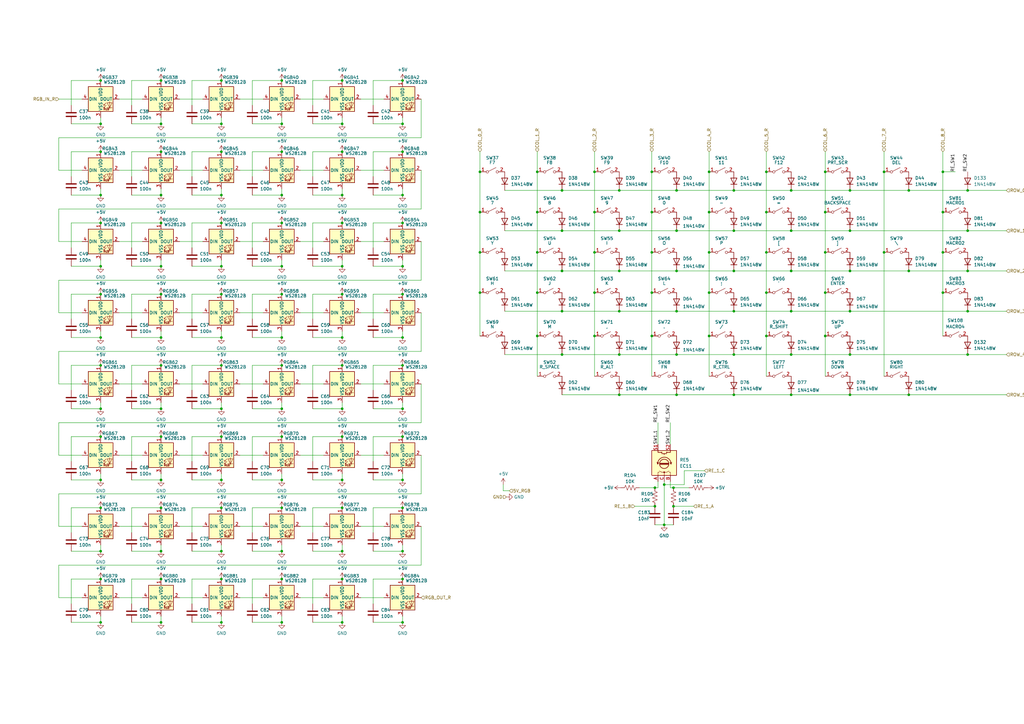
<source format=kicad_sch>
(kicad_sch (version 20211123) (generator eeschema)
  (paper "A3")
  (junction (at 272.415 215.265))
  (junction (at 115.57 138.43))
  (junction (at 230.505 78.105))
  (junction (at 90.805 62.23))
  (junction (at 314.325 86.995))
  (junction (at 66.04 62.23))
  (junction (at 165.1 208.28))
  (junction (at 396.875 94.615))
  (junction (at 396.875 145.415))
  (junction (at 324.485 78.105))
  (junction (at 165.1 50.8))
  (junction (at 140.335 196.85))
  (junction (at 267.335 137.795))
  (junction (at 90.805 237.49))
  (junction (at 115.57 91.44))
  (junction (at 165.1 120.65))
  (junction (at 90.805 226.06))
  (junction (at 41.275 208.28))
  (junction (at 277.495 161.925))
  (junction (at 140.335 91.44))
  (junction (at 290.83 120.015))
  (junction (at 66.04 167.64))
  (junction (at 41.275 226.06))
  (junction (at 66.04 149.86))
  (junction (at 348.615 111.125))
  (junction (at 267.335 120.015))
  (junction (at 300.99 127.635))
  (junction (at 254 111.125))
  (junction (at 254 127.635))
  (junction (at 41.275 179.07))
  (junction (at 140.335 33.02))
  (junction (at 276.225 207.645))
  (junction (at 348.615 161.925))
  (junction (at 90.805 208.28))
  (junction (at 115.57 33.02))
  (junction (at 165.1 237.49))
  (junction (at 140.335 255.27))
  (junction (at 348.615 127.635))
  (junction (at 140.335 80.01))
  (junction (at 230.505 94.615))
  (junction (at 372.745 161.925))
  (junction (at 165.1 179.07))
  (junction (at 300.99 78.105))
  (junction (at 41.275 91.44))
  (junction (at 290.83 86.995))
  (junction (at 165.1 196.85))
  (junction (at 324.485 145.415))
  (junction (at 115.57 80.01))
  (junction (at 386.715 70.485))
  (junction (at 115.57 62.23))
  (junction (at 338.455 86.995))
  (junction (at 41.275 255.27))
  (junction (at 372.745 78.105))
  (junction (at 272.415 198.755))
  (junction (at 290.83 137.795))
  (junction (at 115.57 196.85))
  (junction (at 41.275 138.43))
  (junction (at 348.615 145.415))
  (junction (at 41.275 149.86))
  (junction (at 140.335 167.64))
  (junction (at 243.84 137.795))
  (junction (at 196.85 70.485))
  (junction (at 220.345 120.015))
  (junction (at 66.04 196.85))
  (junction (at 165.1 138.43))
  (junction (at 140.335 149.86))
  (junction (at 140.335 50.8))
  (junction (at 90.805 91.44))
  (junction (at 324.485 111.125))
  (junction (at 41.275 109.22))
  (junction (at 276.225 200.025))
  (junction (at 314.325 70.485))
  (junction (at 277.495 145.415))
  (junction (at 165.1 149.86))
  (junction (at 277.495 111.125))
  (junction (at 41.275 237.49))
  (junction (at 66.04 33.02))
  (junction (at 90.805 109.22))
  (junction (at 90.805 120.65))
  (junction (at 90.805 50.8))
  (junction (at 66.04 138.43))
  (junction (at 66.04 80.01))
  (junction (at 243.84 70.485))
  (junction (at 338.455 103.505))
  (junction (at 386.715 103.505))
  (junction (at 66.04 208.28))
  (junction (at 140.335 138.43))
  (junction (at 348.615 94.615))
  (junction (at 41.275 33.02))
  (junction (at 396.875 111.125))
  (junction (at 140.335 179.07))
  (junction (at 165.1 80.01))
  (junction (at 396.875 78.105))
  (junction (at 115.57 50.8))
  (junction (at 220.345 70.485))
  (junction (at 90.805 167.64))
  (junction (at 254 94.615))
  (junction (at 220.345 86.995))
  (junction (at 362.585 70.485))
  (junction (at 254 78.105))
  (junction (at 66.04 237.49))
  (junction (at 230.505 145.415))
  (junction (at 66.04 255.27))
  (junction (at 314.325 103.505))
  (junction (at 115.57 179.07))
  (junction (at 66.04 50.8))
  (junction (at 267.335 70.485))
  (junction (at 41.275 196.85))
  (junction (at 115.57 167.64))
  (junction (at 290.83 103.505))
  (junction (at 66.04 179.07))
  (junction (at 362.585 103.505))
  (junction (at 115.57 120.65))
  (junction (at 290.83 70.485))
  (junction (at 324.485 127.635))
  (junction (at 41.275 120.65))
  (junction (at 90.805 80.01))
  (junction (at 140.335 109.22))
  (junction (at 338.455 70.485))
  (junction (at 230.505 127.635))
  (junction (at 115.57 237.49))
  (junction (at 90.805 149.86))
  (junction (at 267.335 103.505))
  (junction (at 90.805 138.43))
  (junction (at 243.84 86.995))
  (junction (at 90.805 196.85))
  (junction (at 277.495 127.635))
  (junction (at 90.805 33.02))
  (junction (at 348.615 78.105))
  (junction (at 41.275 50.8))
  (junction (at 300.99 94.615))
  (junction (at 300.99 111.125))
  (junction (at 41.275 62.23))
  (junction (at 372.745 111.125))
  (junction (at 230.505 111.125))
  (junction (at 300.99 145.415))
  (junction (at 66.04 226.06))
  (junction (at 300.99 161.925))
  (junction (at 196.85 86.995))
  (junction (at 165.1 91.44))
  (junction (at 165.1 167.64))
  (junction (at 324.485 94.615))
  (junction (at 66.04 109.22))
  (junction (at 338.455 137.795))
  (junction (at 220.345 103.505))
  (junction (at 140.335 237.49))
  (junction (at 165.1 33.02))
  (junction (at 243.84 120.015))
  (junction (at 66.04 91.44))
  (junction (at 267.335 86.995))
  (junction (at 277.495 78.105))
  (junction (at 254 145.415))
  (junction (at 254 161.925))
  (junction (at 115.57 226.06))
  (junction (at 90.805 255.27))
  (junction (at 140.335 62.23))
  (junction (at 115.57 149.86))
  (junction (at 140.335 226.06))
  (junction (at 66.04 120.65))
  (junction (at 220.345 137.795))
  (junction (at 90.805 179.07))
  (junction (at 115.57 208.28))
  (junction (at 268.605 207.645))
  (junction (at 196.85 103.505))
  (junction (at 314.325 120.015))
  (junction (at 386.715 86.995))
  (junction (at 277.495 94.615))
  (junction (at 314.325 137.795))
  (junction (at 165.1 226.06))
  (junction (at 140.335 120.65))
  (junction (at 243.84 103.505))
  (junction (at 386.715 120.015))
  (junction (at 41.275 80.01))
  (junction (at 165.1 62.23))
  (junction (at 324.485 161.925))
  (junction (at 268.605 200.025))
  (junction (at 338.455 120.015))
  (junction (at 165.1 255.27))
  (junction (at 115.57 255.27))
  (junction (at 115.57 109.22))
  (junction (at 165.1 109.22))
  (junction (at 196.85 120.015))
  (junction (at 140.335 208.28))
  (junction (at 41.275 167.64))
  (junction (at 396.875 127.635))
  (wire (pts (xy 314.325 120.015) (xy 314.325 137.795)))
  (wire (pts (xy 396.875 94.615) (xy 412.75 94.615)))
  (wire (pts (xy 165.1 91.44) (xy 153.035 91.44)))
  (wire (pts (xy 78.74 120.65) (xy 78.74 130.81)))
  (wire (pts (xy 48.895 186.69) (xy 58.42 186.69)))
  (wire (pts (xy 115.57 196.85) (xy 115.57 194.31)))
  (wire (pts (xy 220.345 62.23) (xy 220.345 70.485)))
  (wire (pts (xy 196.85 86.995) (xy 196.85 103.505)))
  (wire (pts (xy 272.415 198.755) (xy 272.415 215.265)))
  (wire (pts (xy 348.615 94.615) (xy 396.875 94.615)))
  (wire (pts (xy 268.605 215.265) (xy 272.415 215.265)))
  (wire (pts (xy 53.975 62.23) (xy 53.975 72.39)))
  (wire (pts (xy 98.425 245.11) (xy 107.95 245.11)))
  (wire (pts (xy 48.895 99.06) (xy 58.42 99.06)))
  (wire (pts (xy 53.975 80.01) (xy 66.04 80.01)))
  (wire (pts (xy 41.275 120.65) (xy 29.21 120.65)))
  (wire (pts (xy 165.1 120.65) (xy 153.035 120.65)))
  (wire (pts (xy 48.895 245.11) (xy 58.42 245.11)))
  (wire (pts (xy 73.66 69.85) (xy 83.185 69.85)))
  (wire (pts (xy 338.455 70.485) (xy 338.455 86.995)))
  (wire (pts (xy 165.1 237.49) (xy 153.035 237.49)))
  (wire (pts (xy 280.67 193.04) (xy 288.925 193.04)))
  (wire (pts (xy 53.975 179.07) (xy 53.975 189.23)))
  (wire (pts (xy 220.345 86.995) (xy 220.345 103.505)))
  (wire (pts (xy 24.13 144.145) (xy 24.13 157.48)))
  (wire (pts (xy 153.035 167.64) (xy 165.1 167.64)))
  (wire (pts (xy 300.99 161.925) (xy 324.485 161.925)))
  (wire (pts (xy 372.745 111.125) (xy 396.875 111.125)))
  (wire (pts (xy 243.84 137.795) (xy 243.84 154.305)))
  (wire (pts (xy 123.19 157.48) (xy 132.715 157.48)))
  (wire (pts (xy 29.21 167.64) (xy 41.275 167.64)))
  (wire (pts (xy 24.13 85.725) (xy 24.13 99.06)))
  (wire (pts (xy 24.13 231.775) (xy 172.72 231.775)))
  (wire (pts (xy 41.275 226.06) (xy 41.275 223.52)))
  (wire (pts (xy 348.615 127.635) (xy 396.875 127.635)))
  (wire (pts (xy 66.04 179.07) (xy 53.975 179.07)))
  (wire (pts (xy 230.505 161.925) (xy 254 161.925)))
  (wire (pts (xy 314.325 62.23) (xy 314.325 70.485)))
  (wire (pts (xy 29.21 237.49) (xy 29.21 247.65)))
  (wire (pts (xy 300.99 78.105) (xy 324.485 78.105)))
  (wire (pts (xy 24.13 245.11) (xy 33.655 245.11)))
  (wire (pts (xy 254 94.615) (xy 277.495 94.615)))
  (wire (pts (xy 290.83 103.505) (xy 290.83 120.015)))
  (wire (pts (xy 140.335 62.23) (xy 128.27 62.23)))
  (wire (pts (xy 230.505 78.105) (xy 254 78.105)))
  (wire (pts (xy 123.19 69.85) (xy 132.715 69.85)))
  (wire (pts (xy 128.27 208.28) (xy 128.27 218.44)))
  (wire (pts (xy 140.335 50.8) (xy 140.335 48.26)))
  (wire (pts (xy 53.975 91.44) (xy 53.975 101.6)))
  (wire (pts (xy 53.975 50.8) (xy 66.04 50.8)))
  (wire (pts (xy 207.01 145.415) (xy 230.505 145.415)))
  (wire (pts (xy 362.585 70.485) (xy 362.585 103.505)))
  (wire (pts (xy 172.72 128.27) (xy 172.72 144.145)))
  (wire (pts (xy 128.27 179.07) (xy 128.27 189.23)))
  (wire (pts (xy 147.955 99.06) (xy 157.48 99.06)))
  (wire (pts (xy 269.875 197.485) (xy 269.875 200.025)))
  (wire (pts (xy 128.27 109.22) (xy 140.335 109.22)))
  (wire (pts (xy 41.275 167.64) (xy 41.275 165.1)))
  (wire (pts (xy 220.345 137.795) (xy 220.345 154.305)))
  (wire (pts (xy 196.85 120.015) (xy 196.85 137.795)))
  (wire (pts (xy 66.04 167.64) (xy 66.04 165.1)))
  (wire (pts (xy 153.035 109.22) (xy 165.1 109.22)))
  (wire (pts (xy 274.955 197.485) (xy 274.955 200.025)))
  (wire (pts (xy 262.255 200.025) (xy 268.605 200.025)))
  (wire (pts (xy 314.325 86.995) (xy 314.325 103.505)))
  (wire (pts (xy 53.975 33.02) (xy 53.975 43.18)))
  (wire (pts (xy 53.975 120.65) (xy 53.975 130.81)))
  (wire (pts (xy 165.1 109.22) (xy 165.1 106.68)))
  (wire (pts (xy 267.335 62.23) (xy 267.335 70.485)))
  (wire (pts (xy 277.495 145.415) (xy 300.99 145.415)))
  (wire (pts (xy 140.335 149.86) (xy 128.27 149.86)))
  (wire (pts (xy 140.335 33.02) (xy 128.27 33.02)))
  (wire (pts (xy 207.01 78.105) (xy 230.505 78.105)))
  (wire (pts (xy 386.715 103.505) (xy 386.715 120.015)))
  (wire (pts (xy 90.805 179.07) (xy 78.74 179.07)))
  (wire (pts (xy 66.04 33.02) (xy 53.975 33.02)))
  (wire (pts (xy 73.66 99.06) (xy 83.185 99.06)))
  (wire (pts (xy 243.84 120.015) (xy 243.84 137.795)))
  (wire (pts (xy 324.485 78.105) (xy 348.615 78.105)))
  (wire (pts (xy 153.035 33.02) (xy 153.035 43.18)))
  (wire (pts (xy 386.715 62.23) (xy 386.715 70.485)))
  (wire (pts (xy 147.955 186.69) (xy 157.48 186.69)))
  (wire (pts (xy 48.895 157.48) (xy 58.42 157.48)))
  (wire (pts (xy 267.335 137.795) (xy 267.335 154.305)))
  (wire (pts (xy 103.505 138.43) (xy 115.57 138.43)))
  (wire (pts (xy 73.66 215.9) (xy 83.185 215.9)))
  (wire (pts (xy 24.13 99.06) (xy 33.655 99.06)))
  (wire (pts (xy 115.57 255.27) (xy 115.57 252.73)))
  (wire (pts (xy 78.74 167.64) (xy 90.805 167.64)))
  (wire (pts (xy 206.375 201.295) (xy 208.915 201.295)))
  (wire (pts (xy 41.275 109.22) (xy 41.275 106.68)))
  (wire (pts (xy 268.605 207.645) (xy 260.35 207.645)))
  (wire (pts (xy 66.04 50.8) (xy 66.04 48.26)))
  (wire (pts (xy 324.485 111.125) (xy 348.615 111.125)))
  (wire (pts (xy 66.04 91.44) (xy 53.975 91.44)))
  (wire (pts (xy 90.805 120.65) (xy 78.74 120.65)))
  (wire (pts (xy 165.1 226.06) (xy 165.1 223.52)))
  (wire (pts (xy 53.975 208.28) (xy 53.975 218.44)))
  (wire (pts (xy 348.615 161.925) (xy 372.745 161.925)))
  (wire (pts (xy 128.27 33.02) (xy 128.27 43.18)))
  (wire (pts (xy 103.505 226.06) (xy 115.57 226.06)))
  (wire (pts (xy 103.505 237.49) (xy 103.505 247.65)))
  (wire (pts (xy 277.495 78.105) (xy 300.99 78.105)))
  (wire (pts (xy 147.955 157.48) (xy 157.48 157.48)))
  (wire (pts (xy 41.275 196.85) (xy 41.275 194.31)))
  (wire (pts (xy 78.74 255.27) (xy 90.805 255.27)))
  (wire (pts (xy 29.21 91.44) (xy 29.21 101.6)))
  (wire (pts (xy 103.505 167.64) (xy 115.57 167.64)))
  (wire (pts (xy 230.505 94.615) (xy 254 94.615)))
  (wire (pts (xy 165.1 33.02) (xy 153.035 33.02)))
  (wire (pts (xy 128.27 80.01) (xy 140.335 80.01)))
  (wire (pts (xy 290.83 120.015) (xy 290.83 137.795)))
  (wire (pts (xy 48.895 215.9) (xy 58.42 215.9)))
  (wire (pts (xy 78.74 237.49) (xy 78.74 247.65)))
  (wire (pts (xy 267.335 70.485) (xy 267.335 86.995)))
  (wire (pts (xy 290.83 137.795) (xy 290.83 154.305)))
  (wire (pts (xy 243.84 86.995) (xy 243.84 103.505)))
  (wire (pts (xy 90.805 80.01) (xy 90.805 77.47)))
  (wire (pts (xy 172.72 215.9) (xy 172.72 231.775)))
  (wire (pts (xy 165.1 80.01) (xy 165.1 77.47)))
  (wire (pts (xy 29.21 138.43) (xy 41.275 138.43)))
  (wire (pts (xy 165.1 208.28) (xy 153.035 208.28)))
  (wire (pts (xy 267.335 86.995) (xy 267.335 103.505)))
  (wire (pts (xy 24.13 173.355) (xy 24.13 186.69)))
  (wire (pts (xy 123.19 99.06) (xy 132.715 99.06)))
  (wire (pts (xy 153.035 138.43) (xy 165.1 138.43)))
  (wire (pts (xy 165.1 138.43) (xy 165.1 135.89)))
  (wire (pts (xy 153.035 80.01) (xy 165.1 80.01)))
  (wire (pts (xy 196.85 70.485) (xy 196.85 86.995)))
  (wire (pts (xy 53.975 109.22) (xy 66.04 109.22)))
  (wire (pts (xy 153.035 179.07) (xy 153.035 189.23)))
  (wire (pts (xy 243.84 62.23) (xy 243.84 70.485)))
  (wire (pts (xy 78.74 196.85) (xy 90.805 196.85)))
  (wire (pts (xy 128.27 196.85) (xy 140.335 196.85)))
  (wire (pts (xy 128.27 62.23) (xy 128.27 72.39)))
  (wire (pts (xy 140.335 208.28) (xy 128.27 208.28)))
  (wire (pts (xy 78.74 50.8) (xy 90.805 50.8)))
  (wire (pts (xy 386.715 86.995) (xy 386.715 103.505)))
  (wire (pts (xy 123.19 128.27) (xy 132.715 128.27)))
  (wire (pts (xy 396.875 145.415) (xy 412.75 145.415)))
  (wire (pts (xy 165.1 50.8) (xy 165.1 48.26)))
  (wire (pts (xy 128.27 50.8) (xy 140.335 50.8)))
  (wire (pts (xy 29.21 196.85) (xy 41.275 196.85)))
  (wire (pts (xy 396.875 111.125) (xy 412.75 111.125)))
  (wire (pts (xy 128.27 167.64) (xy 140.335 167.64)))
  (wire (pts (xy 78.74 62.23) (xy 78.74 72.39)))
  (wire (pts (xy 290.83 86.995) (xy 290.83 103.505)))
  (wire (pts (xy 207.01 94.615) (xy 230.505 94.615)))
  (wire (pts (xy 140.335 255.27) (xy 140.335 252.73)))
  (wire (pts (xy 29.21 208.28) (xy 29.21 218.44)))
  (wire (pts (xy 140.335 91.44) (xy 128.27 91.44)))
  (wire (pts (xy 66.04 255.27) (xy 66.04 252.73)))
  (wire (pts (xy 123.19 40.64) (xy 132.715 40.64)))
  (wire (pts (xy 66.04 237.49) (xy 53.975 237.49)))
  (wire (pts (xy 276.225 200.025) (xy 274.955 200.025)))
  (wire (pts (xy 386.715 70.485) (xy 386.715 86.995)))
  (wire (pts (xy 268.605 200.025) (xy 269.875 200.025)))
  (wire (pts (xy 230.505 145.415) (xy 254 145.415)))
  (wire (pts (xy 24.13 114.935) (xy 172.72 114.935)))
  (wire (pts (xy 90.805 149.86) (xy 78.74 149.86)))
  (wire (pts (xy 24.13 69.85) (xy 33.655 69.85)))
  (wire (pts (xy 90.805 138.43) (xy 90.805 135.89)))
  (wire (pts (xy 314.325 103.505) (xy 314.325 120.015)))
  (wire (pts (xy 48.895 40.64) (xy 58.42 40.64)))
  (wire (pts (xy 103.505 80.01) (xy 115.57 80.01)))
  (wire (pts (xy 90.805 50.8) (xy 90.805 48.26)))
  (wire (pts (xy 103.505 91.44) (xy 103.505 101.6)))
  (wire (pts (xy 103.505 149.86) (xy 103.505 160.02)))
  (wire (pts (xy 314.325 70.485) (xy 314.325 86.995)))
  (wire (pts (xy 165.1 179.07) (xy 153.035 179.07)))
  (wire (pts (xy 206.375 198.755) (xy 206.375 201.295)))
  (wire (pts (xy 115.57 50.8) (xy 115.57 48.26)))
  (wire (pts (xy 115.57 179.07) (xy 103.505 179.07)))
  (wire (pts (xy 115.57 226.06) (xy 115.57 223.52)))
  (wire (pts (xy 153.035 196.85) (xy 165.1 196.85)))
  (wire (pts (xy 140.335 237.49) (xy 128.27 237.49)))
  (wire (pts (xy 24.13 85.725) (xy 172.72 85.725)))
  (wire (pts (xy 98.425 128.27) (xy 107.95 128.27)))
  (wire (pts (xy 272.415 215.265) (xy 276.225 215.265)))
  (wire (pts (xy 153.035 208.28) (xy 153.035 218.44)))
  (wire (pts (xy 24.13 40.64) (xy 33.655 40.64)))
  (wire (pts (xy 254 161.925) (xy 277.495 161.925)))
  (wire (pts (xy 41.275 179.07) (xy 29.21 179.07)))
  (wire (pts (xy 140.335 80.01) (xy 140.335 77.47)))
  (wire (pts (xy 90.805 255.27) (xy 90.805 252.73)))
  (wire (pts (xy 277.495 111.125) (xy 300.99 111.125)))
  (wire (pts (xy 41.275 255.27) (xy 41.275 252.73)))
  (wire (pts (xy 140.335 196.85) (xy 140.335 194.31)))
  (wire (pts (xy 123.19 245.11) (xy 132.715 245.11)))
  (wire (pts (xy 386.715 120.015) (xy 386.715 137.795)))
  (wire (pts (xy 172.72 40.64) (xy 172.72 56.515)))
  (wire (pts (xy 123.19 186.69) (xy 132.715 186.69)))
  (wire (pts (xy 272.415 197.485) (xy 272.415 198.755)))
  (wire (pts (xy 53.975 255.27) (xy 66.04 255.27)))
  (wire (pts (xy 207.01 111.125) (xy 230.505 111.125)))
  (wire (pts (xy 24.13 144.145) (xy 172.72 144.145)))
  (wire (pts (xy 207.01 127.635) (xy 230.505 127.635)))
  (wire (pts (xy 78.74 179.07) (xy 78.74 189.23)))
  (wire (pts (xy 29.21 109.22) (xy 41.275 109.22)))
  (wire (pts (xy 172.72 157.48) (xy 172.72 173.355)))
  (wire (pts (xy 254 145.415) (xy 277.495 145.415)))
  (wire (pts (xy 24.13 114.935) (xy 24.13 128.27)))
  (wire (pts (xy 396.875 127.635) (xy 412.75 127.635)))
  (wire (pts (xy 41.275 138.43) (xy 41.275 135.89)))
  (wire (pts (xy 103.505 196.85) (xy 115.57 196.85)))
  (wire (pts (xy 78.74 33.02) (xy 78.74 43.18)))
  (wire (pts (xy 66.04 226.06) (xy 66.04 223.52)))
  (wire (pts (xy 140.335 109.22) (xy 140.335 106.68)))
  (wire (pts (xy 165.1 62.23) (xy 153.035 62.23)))
  (wire (pts (xy 73.66 157.48) (xy 83.185 157.48)))
  (wire (pts (xy 90.805 196.85) (xy 90.805 194.31)))
  (wire (pts (xy 73.66 128.27) (xy 83.185 128.27)))
  (wire (pts (xy 98.425 215.9) (xy 107.95 215.9)))
  (wire (pts (xy 362.585 62.23) (xy 362.585 70.485)))
  (wire (pts (xy 41.275 80.01) (xy 41.275 77.47)))
  (wire (pts (xy 267.335 120.015) (xy 267.335 137.795)))
  (wire (pts (xy 243.84 70.485) (xy 243.84 86.995)))
  (wire (pts (xy 115.57 91.44) (xy 103.505 91.44)))
  (wire (pts (xy 324.485 145.415) (xy 348.615 145.415)))
  (wire (pts (xy 128.27 255.27) (xy 140.335 255.27)))
  (wire (pts (xy 128.27 237.49) (xy 128.27 247.65)))
  (wire (pts (xy 53.975 237.49) (xy 53.975 247.65)))
  (wire (pts (xy 386.715 70.485) (xy 391.795 70.485)))
  (wire (pts (xy 41.275 208.28) (xy 29.21 208.28)))
  (wire (pts (xy 230.505 127.635) (xy 254 127.635)))
  (wire (pts (xy 24.13 231.775) (xy 24.13 245.11)))
  (wire (pts (xy 153.035 62.23) (xy 153.035 72.39)))
  (wire (pts (xy 220.345 70.485) (xy 220.345 86.995)))
  (wire (pts (xy 98.425 69.85) (xy 107.95 69.85)))
  (wire (pts (xy 282.575 200.025) (xy 276.225 200.025)))
  (wire (pts (xy 115.57 120.65) (xy 103.505 120.65)))
  (wire (pts (xy 90.805 208.28) (xy 78.74 208.28)))
  (wire (pts (xy 78.74 91.44) (xy 78.74 101.6)))
  (wire (pts (xy 78.74 80.01) (xy 90.805 80.01)))
  (wire (pts (xy 115.57 80.01) (xy 115.57 77.47)))
  (wire (pts (xy 78.74 138.43) (xy 90.805 138.43)))
  (wire (pts (xy 41.275 91.44) (xy 29.21 91.44)))
  (wire (pts (xy 78.74 226.06) (xy 90.805 226.06)))
  (wire (pts (xy 254 78.105) (xy 277.495 78.105)))
  (wire (pts (xy 128.27 149.86) (xy 128.27 160.02)))
  (wire (pts (xy 314.325 137.795) (xy 314.325 154.305)))
  (wire (pts (xy 115.57 62.23) (xy 103.505 62.23)))
  (wire (pts (xy 98.425 157.48) (xy 107.95 157.48)))
  (wire (pts (xy 90.805 226.06) (xy 90.805 223.52)))
  (wire (pts (xy 98.425 40.64) (xy 107.95 40.64)))
  (wire (pts (xy 147.955 245.11) (xy 157.48 245.11)))
  (wire (pts (xy 396.875 78.105) (xy 412.75 78.105)))
  (wire (pts (xy 220.345 120.015) (xy 220.345 137.795)))
  (wire (pts (xy 254 127.635) (xy 277.495 127.635)))
  (wire (pts (xy 153.035 237.49) (xy 153.035 247.65)))
  (wire (pts (xy 29.21 62.23) (xy 29.21 72.39)))
  (wire (pts (xy 115.57 149.86) (xy 103.505 149.86)))
  (wire (pts (xy 115.57 138.43) (xy 115.57 135.89)))
  (wire (pts (xy 372.745 78.105) (xy 396.875 78.105)))
  (wire (pts (xy 66.04 62.23) (xy 53.975 62.23)))
  (wire (pts (xy 29.21 149.86) (xy 29.21 160.02)))
  (wire (pts (xy 78.74 208.28) (xy 78.74 218.44)))
  (wire (pts (xy 24.13 173.355) (xy 172.72 173.355)))
  (wire (pts (xy 290.83 62.23) (xy 290.83 70.485)))
  (wire (pts (xy 153.035 50.8) (xy 165.1 50.8)))
  (wire (pts (xy 300.99 111.125) (xy 324.485 111.125)))
  (wire (pts (xy 24.13 202.565) (xy 172.72 202.565)))
  (wire (pts (xy 338.455 86.995) (xy 338.455 103.505)))
  (wire (pts (xy 41.275 149.86) (xy 29.21 149.86)))
  (wire (pts (xy 41.275 237.49) (xy 29.21 237.49)))
  (wire (pts (xy 66.04 120.65) (xy 53.975 120.65)))
  (wire (pts (xy 73.66 186.69) (xy 83.185 186.69)))
  (wire (pts (xy 98.425 186.69) (xy 107.95 186.69)))
  (wire (pts (xy 103.505 109.22) (xy 115.57 109.22)))
  (wire (pts (xy 24.13 202.565) (xy 24.13 215.9)))
  (wire (pts (xy 277.495 127.635) (xy 300.99 127.635)))
  (wire (pts (xy 103.505 120.65) (xy 103.505 130.81)))
  (wire (pts (xy 24.13 215.9) (xy 33.655 215.9)))
  (wire (pts (xy 66.04 149.86) (xy 53.975 149.86)))
  (wire (pts (xy 41.275 33.02) (xy 29.21 33.02)))
  (wire (pts (xy 29.21 80.01) (xy 41.275 80.01)))
  (wire (pts (xy 277.495 94.615) (xy 300.99 94.615)))
  (wire (pts (xy 372.745 161.925) (xy 412.75 161.925)))
  (wire (pts (xy 73.66 40.64) (xy 83.185 40.64)))
  (wire (pts (xy 29.21 33.02) (xy 29.21 43.18)))
  (wire (pts (xy 66.04 208.28) (xy 53.975 208.28)))
  (wire (pts (xy 165.1 149.86) (xy 153.035 149.86)))
  (wire (pts (xy 165.1 167.64) (xy 165.1 165.1)))
  (wire (pts (xy 348.615 111.125) (xy 372.745 111.125)))
  (wire (pts (xy 24.13 128.27) (xy 33.655 128.27)))
  (wire (pts (xy 48.895 128.27) (xy 58.42 128.27)))
  (wire (pts (xy 300.99 127.635) (xy 324.485 127.635)))
  (wire (pts (xy 66.04 138.43) (xy 66.04 135.89)))
  (wire (pts (xy 98.425 99.06) (xy 107.95 99.06)))
  (wire (pts (xy 115.57 33.02) (xy 103.505 33.02)))
  (wire (pts (xy 165.1 255.27) (xy 165.1 252.73)))
  (wire (pts (xy 41.275 50.8) (xy 41.275 48.26)))
  (wire (pts (xy 338.455 120.015) (xy 338.455 137.795)))
  (wire (pts (xy 29.21 255.27) (xy 41.275 255.27)))
  (wire (pts (xy 362.585 103.505) (xy 362.585 154.305)))
  (wire (pts (xy 78.74 109.22) (xy 90.805 109.22)))
  (wire (pts (xy 140.335 226.06) (xy 140.335 223.52)))
  (wire (pts (xy 140.335 138.43) (xy 140.335 135.89)))
  (wire (pts (xy 103.505 179.07) (xy 103.505 189.23)))
  (wire (pts (xy 153.035 255.27) (xy 165.1 255.27)))
  (wire (pts (xy 147.955 40.64) (xy 157.48 40.64)))
  (wire (pts (xy 128.27 138.43) (xy 140.335 138.43)))
  (wire (pts (xy 48.895 69.85) (xy 58.42 69.85)))
  (wire (pts (xy 165.1 196.85) (xy 165.1 194.31)))
  (wire (pts (xy 90.805 237.49) (xy 78.74 237.49)))
  (wire (pts (xy 128.27 226.06) (xy 140.335 226.06)))
  (wire (pts (xy 53.975 167.64) (xy 66.04 167.64)))
  (wire (pts (xy 78.74 149.86) (xy 78.74 160.02)))
  (wire (pts (xy 267.335 103.505) (xy 267.335 120.015)))
  (wire (pts (xy 338.455 62.23) (xy 338.455 70.485)))
  (wire (pts (xy 243.84 103.505) (xy 243.84 120.015)))
  (wire (pts (xy 274.955 173.355) (xy 274.955 182.245)))
  (wire (pts (xy 338.455 137.795) (xy 338.455 154.305)))
  (wire (pts (xy 90.805 167.64) (xy 90.805 165.1)))
  (wire (pts (xy 53.975 196.85) (xy 66.04 196.85)))
  (wire (pts (xy 29.21 226.06) (xy 41.275 226.06)))
  (wire (pts (xy 280.67 198.755) (xy 280.67 193.04)))
  (wire (pts (xy 300.99 94.615) (xy 324.485 94.615)))
  (wire (pts (xy 338.455 103.505) (xy 338.455 120.015)))
  (wire (pts (xy 153.035 91.44) (xy 153.035 101.6)))
  (wire (pts (xy 103.505 62.23) (xy 103.505 72.39)))
  (wire (pts (xy 103.505 208.28) (xy 103.505 218.44)))
  (wire (pts (xy 147.955 128.27) (xy 157.48 128.27)))
  (wire (pts (xy 29.21 50.8) (xy 41.275 50.8)))
  (wire (pts (xy 29.21 120.65) (xy 29.21 130.81)))
  (wire (pts (xy 24.13 157.48) (xy 33.655 157.48)))
  (wire (pts (xy 73.66 245.11) (xy 83.185 245.11)))
  (wire (pts (xy 24.13 56.515) (xy 24.13 69.85)))
  (wire (pts (xy 272.415 198.755) (xy 280.67 198.755)))
  (wire (pts (xy 269.875 173.355) (xy 269.875 182.245)))
  (wire (pts (xy 290.83 70.485) (xy 290.83 86.995)))
  (wire (pts (xy 220.345 103.505) (xy 220.345 120.015)))
  (wire (pts (xy 128.27 91.44) (xy 128.27 101.6)))
  (wire (pts (xy 153.035 120.65) (xy 153.035 130.81)))
  (wire (pts (xy 103.505 33.02) (xy 103.505 43.18)))
  (wire (pts (xy 66.04 196.85) (xy 66.04 194.31)))
  (wire (pts (xy 103.505 255.27) (xy 115.57 255.27)))
  (wire (pts (xy 324.485 127.635) (xy 348.615 127.635)))
  (wire (pts (xy 276.225 207.645) (xy 284.48 207.645)))
  (wire (pts (xy 254 111.125) (xy 277.495 111.125)))
  (wire (pts (xy 147.955 215.9) (xy 157.48 215.9)))
  (wire (pts (xy 115.57 109.22) (xy 115.57 106.68)))
  (wire (pts (xy 53.975 149.86) (xy 53.975 160.02)))
  (wire (pts (xy 66.04 109.22) (xy 66.04 106.68)))
  (wire (pts (xy 24.13 186.69) (xy 33.655 186.69)))
  (wire (pts (xy 115.57 237.49) (xy 103.505 237.49)))
  (wire (pts (xy 196.85 103.505) (xy 196.85 120.015)))
  (wire (pts (xy 90.805 109.22) (xy 90.805 106.68)))
  (wire (pts (xy 172.72 186.69) (xy 172.72 202.565)))
  (wire (pts (xy 90.805 33.02) (xy 78.74 33.02)))
  (wire (pts (xy 348.615 78.105) (xy 372.745 78.105)))
  (wire (pts (xy 172.72 69.85) (xy 172.72 85.725)))
  (wire (pts (xy 140.335 167.64) (xy 140.335 165.1)))
  (wire (pts (xy 41.275 62.23) (xy 29.21 62.23)))
  (wire (pts (xy 115.57 167.64) (xy 115.57 165.1)))
  (wire (pts (xy 153.035 149.86) (xy 153.035 160.02)))
  (wire (pts (xy 24.13 56.515) (xy 172.72 56.515)))
  (wire (pts (xy 324.485 94.615) (xy 348.615 94.615)))
  (wire (pts (xy 90.805 62.23) (xy 78.74 62.23)))
  (wire (pts (xy 196.85 62.23) (xy 196.85 70.485)))
  (wire (pts (xy 53.975 138.43) (xy 66.04 138.43)))
  (wire (pts (xy 277.495 161.925) (xy 300.99 161.925)))
  (wire (pts (xy 153.035 226.06) (xy 165.1 226.06)))
  (wire (pts (xy 172.72 99.06) (xy 172.72 114.935)))
  (wire (pts (xy 29.21 179.07) (xy 29.21 189.23)))
  (wire (pts (xy 53.975 226.06) (xy 66.04 226.06)))
  (wire (pts (xy 348.615 145.415) (xy 396.875 145.415)))
  (wire (pts (xy 66.04 80.01) (xy 66.04 77.47)))
  (wire (pts (xy 140.335 179.07) (xy 128.27 179.07)))
  (wire (pts (xy 128.27 120.65) (xy 128.27 130.81)))
  (wire (pts (xy 300.99 145.415) (xy 324.485 145.415)))
  (wire (pts (xy 123.19 215.9) (xy 132.715 215.9)))
  (wire (pts (xy 90.805 91.44) (xy 78.74 91.44)))
  (wire (pts (xy 115.57 208.28) (xy 103.505 208.28)))
  (wire (pts (xy 230.505 111.125) (xy 254 111.125)))
  (wire (pts (xy 103.505 50.8) (xy 115.57 50.8)))
  (wire (pts (xy 140.335 120.65) (xy 128.27 120.65)))
  (wire (pts (xy 324.485 161.925) (xy 348.615 161.925)))
  (wire (pts (xy 147.955 69.85) (xy 157.48 69.85)))
  (label "SW1.2" (at 274.955 182.245 90))
  (label "RE_SW2" (at 274.955 173.355 90))
  (label "RE_SW1" (at 269.875 173.355 90))
  (label "SW1.1" (at 269.875 182.245 90))
  (label "RE_SW2" (at 396.875 70.485 90))
  (label "RE_SW1" (at 391.795 70.485 90))
  (hierarchical_label "RE_1_C" (shape input) (at 288.925 193.04 0))
  (hierarchical_label "COL_3_R" (shape input) (at 267.335 62.23 90))
  (hierarchical_label "RGB_OUT_R" (shape input) (at 172.72 245.11 0))
  (hierarchical_label "ROW_2_R" (shape input) (at 412.75 111.125 0))
  (hierarchical_label "COL_6_R" (shape input) (at 338.455 62.23 90))
  (hierarchical_label "COL_8_R" (shape input) (at 386.715 62.23 90))
  (hierarchical_label "ROW_3_R" (shape input) (at 412.75 127.635 0))
  (hierarchical_label "ROW_4_R" (shape input) (at 412.75 145.415 0))
  (hierarchical_label "COL_1_R" (shape input) (at 220.345 62.23 90))
  (hierarchical_label "COL_0_R" (shape input) (at 196.85 62.23 90))
  (hierarchical_label "COL_7_R" (shape input) (at 362.585 62.23 90))
  (hierarchical_label "COL_5_R" (shape input) (at 314.325 62.23 90))
  (hierarchical_label "COL_2_R" (shape input) (at 243.84 62.23 90))
  (hierarchical_label "5V_RGB" (shape input) (at 208.915 201.295 0))
  (hierarchical_label "RE_1_A" (shape input) (at 284.48 207.645 0))
  (hierarchical_label "RGB_IN_R" (shape input) (at 24.13 40.64 180))
  (hierarchical_label "ROW_0_R" (shape input) (at 412.75 78.105 0))
  (hierarchical_label "ROW_5_R" (shape input) (at 412.75 161.925 0))
  (hierarchical_label "COL_4_R" (shape input) (at 290.83 62.23 90))
  (hierarchical_label "GND" (shape input) (at 207.645 203.835 180))
  (hierarchical_label "ROW_1_R" (shape input) (at 412.75 94.615 0))
  (hierarchical_label "RE_1_B" (shape input) (at 260.35 207.645 180))
  (symbol (lib_id "Device:C") (at 103.505 105.41 0) (unit 1)
    (property "Reference" "C52" (at 106.68 104.1399 0) (effects (justify left)))
    (property "Value" "100n" (at 106.68 106.6799 0) (effects (justify left)))
    (property "Footprint" "Capacitor_SMD:C_0603_1608Metric" (effects hide))
  )
  (symbol (lib_id "Switch:SW_SPST") (at 201.93 137.795 0) (unit 1)
    (property "Reference" "SW69" (at 201.93 132.08 0))
    (property "Value" "N" (at 201.93 133.985 0))
    (property "Footprint" "Button_Switch_Keyboard:SW_Cherry_MX_1.00u_PCB" (effects hide))
  )
  (symbol (lib_id "Device:R_US") (at 286.385 200.025 270) (unit 1)
    (property "Reference" "R107" (at 284.48 194.945 90) (effects (justify left)))
    (property "Value" "10K" (at 284.48 197.485 90) (effects (justify left)))
    (property "Footprint" "Resistor_SMD:R_0603_1608Metric" (effects hide))
  )
  (symbol (lib_id "Switch:SW_SPST") (at 343.535 154.305 0) (unit 1)
    (property "Reference" "SW78" (at 343.535 148.59 0))
    (property "Value" "DOWN" (at 343.535 150.495 0))
    (property "Footprint" "Button_Switch_Keyboard:SW_Cherry_MX_1.00u_PCB" (effects hide))
  )
  (symbol (lib_id "Device:C") (at 103.505 46.99 0) (unit 1)
    (property "Reference" "C40" (at 106.68 45.7199 0) (effects (justify left)))
    (property "Value" "100n" (at 106.68 48.2599 0) (effects (justify left)))
    (property "Footprint" "Capacitor_SMD:C_0603_1608Metric" (effects hide))
  )
  (symbol (lib_id "Switch:SW_SPST") (at 391.795 103.505 0) (unit 1)
    (property "Reference" "SW82" (at 391.795 97.79 0))
    (property "Value" "MACRO2" (at 391.795 99.695 0))
    (property "Footprint" "Button_Switch_Keyboard:SW_Cherry_MX_1.00u_PCB" (effects hide))
  )
  (symbol (lib_id "power:GND") (at 207.645 203.835 90) (unit 1)
    (property "Reference" "#PWR0148" (effects hide))
    (property "Value" "GND" (at 210.82 203.8349 90) (effects (justify right)))
  )
  (symbol (lib_id "Device:C") (at 153.035 76.2 0) (unit 1)
    (property "Reference" "C48" (at 156.21 74.9299 0) (effects (justify left)))
    (property "Value" "100n" (at 156.21 77.4699 0) (effects (justify left)))
    (property "Footprint" "Capacitor_SMD:C_0603_1608Metric" (effects hide))
  )
  (symbol (lib_id "power:GND") (at 41.275 167.64 0) (unit 1)
    (property "Reference" "#PWR0129" (effects hide))
    (property "Value" "GND" (at 41.275 172.085 0))
  )
  (symbol (lib_id "Device:D") (at 372.745 74.295 90) (unit 1)
    (property "Reference" "D44" (at 375.285 73.0249 90) (effects (justify right)))
    (property "Value" "1N4148W" (at 375.285 75.5649 90) (effects (justify right)))
    (property "Footprint" "Diode_SMD:D_SOD-123" (effects hide))
  )
  (symbol (lib_id "power:GND") (at 41.275 80.01 0) (unit 1)
    (property "Reference" "#PWR093" (effects hide))
    (property "Value" "GND" (at 41.275 84.455 0))
  )
  (symbol (lib_id "Device:C") (at 128.27 134.62 0) (unit 1)
    (property "Reference" "C59" (at 131.445 133.3499 0) (effects (justify left)))
    (property "Value" "100n" (at 131.445 135.8899 0) (effects (justify left)))
    (property "Footprint" "Capacitor_SMD:C_0603_1608Metric" (effects hide))
  )
  (symbol (lib_id "power:GND") (at 115.57 109.22 0) (unit 1)
    (property "Reference" "#PWR0108" (effects hide))
    (property "Value" "GND" (at 115.57 113.665 0))
  )
  (symbol (lib_id "Switch:SW_SPST") (at 295.91 70.485 0) (unit 1)
    (property "Reference" "SW41" (at 295.91 64.77 0))
    (property "Value" "11" (at 295.91 66.675 0))
    (property "Footprint" "Button_Switch_Keyboard:SW_Cherry_MX_1.00u_PCB" (effects hide))
  )
  (symbol (lib_id "power:GND") (at 165.1 138.43 0) (unit 1)
    (property "Reference" "#PWR0122" (effects hide))
    (property "Value" "GND" (at 165.1 142.875 0))
  )
  (symbol (lib_id "Device:D") (at 254 141.605 90) (unit 1)
    (property "Reference" "D71" (at 256.54 140.3349 90) (effects (justify right)))
    (property "Value" "1N4148W" (at 256.54 142.8749 90) (effects (justify right)))
    (property "Footprint" "Diode_SMD:D_SOD-123" (effects hide))
  )
  (symbol (lib_id "LED:WS2812B") (at 41.275 40.64 0) (unit 1)
    (property "Reference" "RGB37" (at 45.085 31.75 0))
    (property "Value" "WS2812B" (at 46.99 33.655 0))
    (property "Footprint" "LED_SMD:LED_WS2812B_PLCC4_5.0x5.0mm_P3.2mm" (effects hide))
    (property "Datasheet" "https://cdn-shop.adafruit.com/datasheets/WS2812B.pdf" (effects hide))
  )
  (symbol (lib_id "power:+5V") (at 115.57 208.28 0) (unit 1)
    (property "Reference" "#PWR0152" (effects hide))
    (property "Value" "+5V" (at 115.57 203.835 0))
  )
  (symbol (lib_id "power:GND") (at 41.275 50.8 0) (unit 1)
    (property "Reference" "#PWR081" (effects hide))
    (property "Value" "GND" (at 41.275 55.245 0))
  )
  (symbol (lib_id "power:+5V") (at 41.275 33.02 0) (unit 1)
    (property "Reference" "#PWR075" (effects hide))
    (property "Value" "+5V" (at 41.275 28.575 0))
  )
  (symbol (lib_id "Device:C") (at 53.975 134.62 0) (unit 1)
    (property "Reference" "C56" (at 57.15 133.3499 0) (effects (justify left)))
    (property "Value" "100n" (at 57.15 135.8899 0) (effects (justify left)))
    (property "Footprint" "Capacitor_SMD:C_0603_1608Metric" (effects hide))
  )
  (symbol (lib_id "power:GND") (at 66.04 50.8 0) (unit 1)
    (property "Reference" "#PWR082" (effects hide))
    (property "Value" "GND" (at 66.04 55.245 0))
  )
  (symbol (lib_id "LED:WS2812B") (at 115.57 245.11 0) (unit 1)
    (property "Reference" "RGB82" (at 119.38 236.22 0))
    (property "Value" "WS2812B" (at 121.285 238.125 0))
    (property "Footprint" "LED_SMD:LED_WS2812B_PLCC4_5.0x5.0mm_P3.2mm" (effects hide))
    (property "Datasheet" "https://cdn-shop.adafruit.com/datasheets/WS2812B.pdf" (effects hide))
  )
  (symbol (lib_id "power:GND") (at 90.805 196.85 0) (unit 1)
    (property "Reference" "#PWR0143" (effects hide))
    (property "Value" "GND" (at 90.805 201.295 0))
  )
  (symbol (lib_id "LED:WS2812B") (at 140.335 215.9 0) (unit 1)
    (property "Reference" "RGB77" (at 144.145 207.01 0))
    (property "Value" "WS2812B" (at 146.05 208.915 0))
    (property "Footprint" "LED_SMD:LED_WS2812B_PLCC4_5.0x5.0mm_P3.2mm" (effects hide))
    (property "Datasheet" "https://cdn-shop.adafruit.com/datasheets/WS2812B.pdf" (effects hide))
  )
  (symbol (lib_id "Device:C") (at 29.21 76.2 0) (unit 1)
    (property "Reference" "C43" (at 32.385 74.9299 0) (effects (justify left)))
    (property "Value" "100n" (at 32.385 77.4699 0) (effects (justify left)))
    (property "Footprint" "Capacitor_SMD:C_0603_1608Metric" (effects hide))
  )
  (symbol (lib_id "LED:WS2812B") (at 90.805 69.85 0) (unit 1)
    (property "Reference" "RGB45" (at 94.615 60.96 0))
    (property "Value" "WS2812B" (at 96.52 62.865 0))
    (property "Footprint" "LED_SMD:LED_WS2812B_PLCC4_5.0x5.0mm_P3.2mm" (effects hide))
    (property "Datasheet" "https://cdn-shop.adafruit.com/datasheets/WS2812B.pdf" (effects hide))
  )
  (symbol (lib_id "power:+5V") (at 90.805 237.49 0) (unit 1)
    (property "Reference" "#PWR0163" (effects hide))
    (property "Value" "+5V" (at 90.805 233.045 0))
  )
  (symbol (lib_id "LED:WS2812B") (at 140.335 157.48 0) (unit 1)
    (property "Reference" "RGB65" (at 144.145 148.59 0))
    (property "Value" "WS2812B" (at 146.05 150.495 0))
    (property "Footprint" "LED_SMD:LED_WS2812B_PLCC4_5.0x5.0mm_P3.2mm" (effects hide))
    (property "Datasheet" "https://cdn-shop.adafruit.com/datasheets/WS2812B.pdf" (effects hide))
  )
  (symbol (lib_id "LED:WS2812B") (at 90.805 245.11 0) (unit 1)
    (property "Reference" "RGB81" (at 94.615 236.22 0))
    (property "Value" "WS2812B" (at 96.52 238.125 0))
    (property "Footprint" "LED_SMD:LED_WS2812B_PLCC4_5.0x5.0mm_P3.2mm" (effects hide))
    (property "Datasheet" "https://cdn-shop.adafruit.com/datasheets/WS2812B.pdf" (effects hide))
  )
  (symbol (lib_id "Device:D") (at 277.495 158.115 90) (unit 1)
    (property "Reference" "D68" (at 280.035 156.8449 90) (effects (justify right)))
    (property "Value" "1N4148W" (at 280.035 159.3849 90) (effects (justify right)))
    (property "Footprint" "Diode_SMD:D_SOD-123" (effects hide))
  )
  (symbol (lib_id "Device:C") (at 78.74 134.62 0) (unit 1)
    (property "Reference" "C57" (at 81.915 133.3499 0) (effects (justify left)))
    (property "Value" "100n" (at 81.915 135.8899 0) (effects (justify left)))
    (property "Footprint" "Capacitor_SMD:C_0603_1608Metric" (effects hide))
  )
  (symbol (lib_id "Switch:SW_SPST") (at 272.415 103.505 0) (unit 1)
    (property "Reference" "SW56" (at 272.415 97.79 0))
    (property "Value" "O" (at 272.415 99.695 0))
    (property "Footprint" "Button_Switch_Keyboard:SW_Cherry_MX_1.00u_PCB" (effects hide))
  )
  (symbol (lib_id "power:GND") (at 90.805 109.22 0) (unit 1)
    (property "Reference" "#PWR0107" (effects hide))
    (property "Value" "GND" (at 90.805 113.665 0))
  )
  (symbol (lib_id "power:+5V") (at 115.57 62.23 0) (unit 1)
    (property "Reference" "#PWR090" (effects hide))
    (property "Value" "+5V" (at 115.57 57.785 0))
  )
  (symbol (lib_id "LED:WS2812B") (at 66.04 157.48 0) (unit 1)
    (property "Reference" "RGB62" (at 69.85 148.59 0))
    (property "Value" "WS2812B" (at 71.755 150.495 0))
    (property "Footprint" "LED_SMD:LED_WS2812B_PLCC4_5.0x5.0mm_P3.2mm" (effects hide))
    (property "Datasheet" "https://cdn-shop.adafruit.com/datasheets/WS2812B.pdf" (effects hide))
  )
  (symbol (lib_id "Device:D") (at 230.505 158.115 90) (unit 1)
    (property "Reference" "D52" (at 233.045 156.8449 90) (effects (justify right)))
    (property "Value" "1N4148W" (at 233.045 159.3849 90) (effects (justify right)))
    (property "Footprint" "Diode_SMD:D_SOD-123" (effects hide))
  )
  (symbol (lib_id "Device:C") (at 53.975 222.25 0) (unit 1)
    (property "Reference" "C74" (at 57.15 220.9799 0) (effects (justify left)))
    (property "Value" "100n" (at 57.15 223.5199 0) (effects (justify left)))
    (property "Footprint" "Capacitor_SMD:C_0603_1608Metric" (effects hide))
  )
  (symbol (lib_id "Device:D") (at 230.505 90.805 90) (unit 1)
    (property "Reference" "D46" (at 233.045 89.5349 90) (effects (justify right)))
    (property "Value" "1N4148W" (at 233.045 92.0749 90) (effects (justify right)))
    (property "Footprint" "Diode_SMD:D_SOD-123" (effects hide))
  )
  (symbol (lib_id "Device:R_US") (at 268.605 203.835 0) (unit 1)
    (property "Reference" "R105" (at 262.89 202.565 0) (effects (justify left)))
    (property "Value" "10K" (at 262.89 205.105 0) (effects (justify left)))
    (property "Footprint" "Resistor_SMD:R_0603_1608Metric" (effects hide))
  )
  (symbol (lib_id "power:GND") (at 165.1 196.85 0) (unit 1)
    (property "Reference" "#PWR0146" (effects hide))
    (property "Value" "GND" (at 165.1 201.295 0))
  )
  (symbol (lib_id "LED:WS2812B") (at 90.805 99.06 0) (unit 1)
    (property "Reference" "RGB51" (at 94.615 90.17 0))
    (property "Value" "WS2812B" (at 96.52 92.075 0))
    (property "Footprint" "LED_SMD:LED_WS2812B_PLCC4_5.0x5.0mm_P3.2mm" (effects hide))
    (property "Datasheet" "https://cdn-shop.adafruit.com/datasheets/WS2812B.pdf" (effects hide))
  )
  (symbol (lib_id "Switch:SW_SPST") (at 201.93 103.505 0) (unit 1)
    (property "Reference" "SW53" (at 201.93 97.79 0))
    (property "Value" "Y" (at 201.93 99.695 0))
    (property "Footprint" "Button_Switch_Keyboard:SW_Cherry_MX_1.00u_PCB" (effects hide))
  )
  (symbol (lib_id "Device:D") (at 277.495 141.605 90) (unit 1)
    (property "Reference" "D72" (at 280.035 140.3349 90) (effects (justify right)))
    (property "Value" "1N4148W" (at 280.035 143.5099 90) (effects (justify right)))
    (property "Footprint" "Diode_SMD:D_SOD-123" (effects hide))
  )
  (symbol (lib_id "Switch:SW_SPST") (at 295.91 137.795 0) (unit 1)
    (property "Reference" "SW73" (at 295.91 132.08 0))
    (property "Value" "/" (at 295.91 133.985 0))
    (property "Footprint" "Button_Switch_Keyboard:SW_Cherry_MX_1.00u_PCB" (effects hide))
  )
  (symbol (lib_id "Switch:SW_SPST") (at 272.415 86.995 0) (unit 1)
    (property "Reference" "SW48" (at 272.415 81.28 0))
    (property "Value" "0" (at 272.415 83.185 0))
    (property "Footprint" "Button_Switch_Keyboard:SW_Cherry_MX_1.00u_PCB" (effects hide))
  )
  (symbol (lib_id "Device:D") (at 207.01 74.295 90) (unit 1)
    (property "Reference" "D37" (at 209.55 73.0249 90) (effects (justify right)))
    (property "Value" "1N4148W" (at 209.55 75.5649 90) (effects (justify right)))
    (property "Footprint" "Diode_SMD:D_SOD-123" (effects hide))
  )
  (symbol (lib_id "Device:C") (at 128.27 193.04 0) (unit 1)
    (property "Reference" "C71" (at 131.445 191.7699 0) (effects (justify left)))
    (property "Value" "100n" (at 131.445 194.3099 0) (effects (justify left)))
    (property "Footprint" "Capacitor_SMD:C_0603_1608Metric" (effects hide))
  )
  (symbol (lib_id "power:GND") (at 90.805 138.43 0) (unit 1)
    (property "Reference" "#PWR0119" (effects hide))
    (property "Value" "GND" (at 90.805 142.875 0))
  )
  (symbol (lib_id "power:+5V") (at 41.275 237.49 0) (unit 1)
    (property "Reference" "#PWR0161" (effects hide))
    (property "Value" "+5V" (at 41.275 233.045 0))
  )
  (symbol (lib_id "Device:C") (at 128.27 105.41 0) (unit 1)
    (property "Reference" "C53" (at 131.445 104.1399 0) (effects (justify left)))
    (property "Value" "100n" (at 131.445 106.6799 0) (effects (justify left)))
    (property "Footprint" "Capacitor_SMD:C_0603_1608Metric" (effects hide))
  )
  (symbol (lib_id "Switch:SW_SPST") (at 272.415 120.015 0) (unit 1)
    (property "Reference" "SW64" (at 272.415 114.3 0))
    (property "Value" "L" (at 272.415 116.205 0))
    (property "Footprint" "Button_Switch_Keyboard:SW_Cherry_MX_1.00u_PCB" (effects hide))
  )
  (symbol (lib_id "Device:D") (at 300.99 90.805 90) (unit 1)
    (property "Reference" "D49" (at 303.53 89.5349 90) (effects (justify right)))
    (property "Value" "1N4148W" (at 303.53 92.0749 90) (effects (justify right)))
    (property "Footprint" "Diode_SMD:D_SOD-123" (effects hide))
  )
  (symbol (lib_id "Device:D") (at 277.495 107.315 90) (unit 1)
    (property "Reference" "D56" (at 280.035 106.0449 90) (effects (justify right)))
    (property "Value" "1N4148W" (at 280.035 109.2199 90) (effects (justify right)))
    (property "Footprint" "Diode_SMD:D_SOD-123" (effects hide))
  )
  (symbol (lib_id "power:+5V") (at 66.04 208.28 0) (unit 1)
    (property "Reference" "#PWR0150" (effects hide))
    (property "Value" "+5V" (at 66.04 203.835 0))
  )
  (symbol (lib_id "Device:D") (at 254 107.315 90) (unit 1)
    (property "Reference" "D55" (at 256.54 106.0449 90) (effects (justify right)))
    (property "Value" "1N4148W" (at 256.54 108.5849 90) (effects (justify right)))
    (property "Footprint" "Diode_SMD:D_SOD-123" (effects hide))
  )
  (symbol (lib_id "LED:WS2812B") (at 66.04 245.11 0) (unit 1)
    (property "Reference" "RGB80" (at 69.85 236.22 0))
    (property "Value" "WS2812B" (at 71.755 238.125 0))
    (property "Footprint" "LED_SMD:LED_WS2812B_PLCC4_5.0x5.0mm_P3.2mm" (effects hide))
    (property "Datasheet" "https://cdn-shop.adafruit.com/datasheets/WS2812B.pdf" (effects hide))
  )
  (symbol (lib_id "power:+5V") (at 41.275 208.28 0) (unit 1)
    (property "Reference" "#PWR0149" (effects hide))
    (property "Value" "+5V" (at 41.275 203.835 0))
  )
  (symbol (lib_id "Switch:SW_SPST") (at 225.425 120.015 0) (unit 1)
    (property "Reference" "SW62" (at 225.425 114.3 0))
    (property "Value" "J" (at 225.425 116.205 0))
    (property "Footprint" "Button_Switch_Keyboard:SW_Cherry_MX_1.00u_PCB" (effects hide))
  )
  (symbol (lib_id "Device:C") (at 103.505 134.62 0) (unit 1)
    (property "Reference" "C58" (at 106.68 133.3499 0) (effects (justify left)))
    (property "Value" "100n" (at 106.68 135.8899 0) (effects (justify left)))
    (property "Footprint" "Capacitor_SMD:C_0603_1608Metric" (effects hide))
  )
  (symbol (lib_id "power:+5V") (at 140.335 33.02 0) (unit 1)
    (property "Reference" "#PWR079" (effects hide))
    (property "Value" "+5V" (at 140.335 28.575 0))
  )
  (symbol (lib_id "Switch:SW_SPST") (at 391.795 137.795 0) (unit 1)
    (property "Reference" "SW108" (at 391.795 131.445 0))
    (property "Value" "MACRO4" (at 391.795 133.985 0))
    (property "Footprint" "Button_Switch_Keyboard:SW_Cherry_MX_1.00u_PCB" (effects hide))
  )
  (symbol (lib_id "Device:D") (at 396.875 90.805 90) (unit 1)
    (property "Reference" "D81" (at 399.415 89.5349 90) (effects (justify right)))
    (property "Value" "1N4148W" (at 399.415 92.0749 90) (effects (justify right)))
    (property "Footprint" "Diode_SMD:D_SOD-123" (effects hide))
  )
  (symbol (lib_id "Device:D") (at 277.495 123.825 90) (unit 1)
    (property "Reference" "D64" (at 280.035 122.5549 90) (effects (justify right)))
    (property "Value" "1N4148W" (at 280.035 125.7299 90) (effects (justify right)))
    (property "Footprint" "Diode_SMD:D_SOD-123" (effects hide))
  )
  (symbol (lib_id "LED:WS2812B") (at 115.57 215.9 0) (unit 1)
    (property "Reference" "RGB76" (at 119.38 207.01 0))
    (property "Value" "WS2812B" (at 121.285 208.915 0))
    (property "Footprint" "LED_SMD:LED_WS2812B_PLCC4_5.0x5.0mm_P3.2mm" (effects hide))
    (property "Datasheet" "https://cdn-shop.adafruit.com/datasheets/WS2812B.pdf" (effects hide))
  )
  (symbol (lib_id "Switch:SW_SPST") (at 343.535 137.795 0) (unit 1)
    (property "Reference" "SW75" (at 343.535 132.08 0))
    (property "Value" "UP" (at 343.535 133.985 0))
    (property "Footprint" "Button_Switch_Keyboard:SW_Cherry_MX_1.00u_PCB" (effects hide))
  )
  (symbol (lib_id "power:GND") (at 165.1 167.64 0) (unit 1)
    (property "Reference" "#PWR0134" (effects hide))
    (property "Value" "GND" (at 165.1 172.085 0))
  )
  (symbol (lib_id "Device:D") (at 277.495 90.805 90) (unit 1)
    (property "Reference" "D48" (at 280.035 89.5349 90) (effects (justify right)))
    (property "Value" "1N4148W" (at 280.035 92.7099 90) (effects (justify right)))
    (property "Footprint" "Diode_SMD:D_SOD-123" (effects hide))
  )
  (symbol (lib_id "Switch:SW_SPST") (at 272.415 154.305 0) (unit 1)
    (property "Reference" "SW68" (at 272.415 148.59 0))
    (property "Value" "FN" (at 272.415 150.495 0))
    (property "Footprint" "Button_Switch_Keyboard:SW_Cherry_MX_1.00u_PCB" (effects hide))
  )
  (symbol (lib_id "power:+5V") (at 66.04 62.23 0) (unit 1)
    (property "Reference" "#PWR088" (effects hide))
    (property "Value" "+5V" (at 66.04 57.785 0))
  )
  (symbol (lib_id "Device:D") (at 254 158.115 90) (unit 1)
    (property "Reference" "D60" (at 256.54 156.8449 90) (effects (justify right)))
    (property "Value" "1N4148W" (at 256.54 159.3849 90) (effects (justify right)))
    (property "Footprint" "Diode_SMD:D_SOD-123" (effects hide))
  )
  (symbol (lib_id "power:GND") (at 140.335 50.8 0) (unit 1)
    (property "Reference" "#PWR085" (effects hide))
    (property "Value" "GND" (at 140.335 55.245 0))
  )
  (symbol (lib_id "Switch:SW_SPST") (at 319.405 154.305 0) (unit 1)
    (property "Reference" "SW77" (at 319.405 148.59 0))
    (property "Value" "LEFT" (at 319.405 150.495 0))
    (property "Footprint" "Button_Switch_Keyboard:SW_Cherry_MX_1.00u_PCB" (effects hide))
  )
  (symbol (lib_id "power:GND") (at 165.1 80.01 0) (unit 1)
    (property "Reference" "#PWR098" (effects hide))
    (property "Value" "GND" (at 165.1 84.455 0))
  )
  (symbol (lib_id "Switch:SW_SPST") (at 391.795 120.015 0) (unit 1)
    (property "Reference" "SW83" (at 391.795 114.3 0))
    (property "Value" "MACRO3" (at 391.795 116.205 0))
    (property "Footprint" "Button_Switch_Keyboard:SW_Cherry_MX_1.00u_PCB" (effects hide))
  )
  (symbol (lib_id "Device:D") (at 254 90.805 90) (unit 1)
    (property "Reference" "D47" (at 256.54 89.5349 90) (effects (justify right)))
    (property "Value" "1N4148W" (at 256.54 92.0749 90) (effects (justify right)))
    (property "Footprint" "Diode_SMD:D_SOD-123" (effects hide))
  )
  (symbol (lib_id "power:+5V") (at 115.57 237.49 0) (unit 1)
    (property "Reference" "#PWR0164" (effects hide))
    (property "Value" "+5V" (at 115.57 233.045 0))
  )
  (symbol (lib_id "power:GND") (at 66.04 226.06 0) (unit 1)
    (property "Reference" "#PWR0156" (effects hide))
    (property "Value" "GND" (at 66.04 230.505 0))
  )
  (symbol (lib_id "Device:D") (at 254 123.825 90) (unit 1)
    (property "Reference" "D63" (at 256.54 122.5549 90) (effects (justify right)))
    (property "Value" "1N4148W" (at 256.54 125.0949 90) (effects (justify right)))
    (property "Footprint" "Diode_SMD:D_SOD-123" (effects hide))
  )
  (symbol (lib_id "Device:D") (at 324.485 90.805 90) (unit 1)
    (property "Reference" "D50" (at 327.025 89.5349 90) (effects (justify right)))
    (property "Value" "1N4148W" (at 327.025 92.0749 90) (effects (justify right)))
    (property "Footprint" "Diode_SMD:D_SOD-123" (effects hide))
  )
  (symbol (lib_id "Device:C") (at 53.975 251.46 0) (unit 1)
    (property "Reference" "C80" (at 57.15 250.1899 0) (effects (justify left)))
    (property "Value" "100n" (at 57.15 252.7299 0) (effects (justify left)))
    (property "Footprint" "Capacitor_SMD:C_0603_1608Metric" (effects hide))
  )
  (symbol (lib_id "Device:D") (at 396.875 107.315 90) (unit 1)
    (property "Reference" "D82" (at 399.415 106.0449 90) (effects (justify right)))
    (property "Value" "1N4148W" (at 399.415 108.5849 90) (effects (justify right)))
    (property "Footprint" "Diode_SMD:D_SOD-123" (effects hide))
  )
  (symbol (lib_id "power:+5V") (at 90.805 179.07 0) (unit 1)
    (property "Reference" "#PWR0137" (effects hide))
    (property "Value" "+5V" (at 90.805 174.625 0))
  )
  (symbol (lib_id "power:GND") (at 41.275 138.43 0) (unit 1)
    (property "Reference" "#PWR0117" (effects hide))
    (property "Value" "GND" (at 41.275 142.875 0))
  )
  (symbol (lib_id "power:+5V") (at 66.04 120.65 0) (unit 1)
    (property "Reference" "#PWR0112" (effects hide))
    (property "Value" "+5V" (at 66.04 116.205 0))
  )
  (symbol (lib_id "Switch:SW_SPST") (at 248.92 137.795 0) (unit 1)
    (property "Reference" "SW71" (at 248.92 132.08 0))
    (property "Value" "," (at 248.92 133.985 0))
    (property "Footprint" "Button_Switch_Keyboard:SW_Cherry_MX_1.00u_PCB" (effects hide))
  )
  (symbol (lib_id "Device:D") (at 300.99 74.295 90) (unit 1)
    (property "Reference" "D41" (at 303.53 73.0249 90) (effects (justify right)))
    (property "Value" "1N4148W" (at 303.53 75.5649 90) (effects (justify right)))
    (property "Footprint" "Diode_SMD:D_SOD-123" (effects hide))
  )
  (symbol (lib_id "power:GND") (at 66.04 196.85 0) (unit 1)
    (property "Reference" "#PWR0142" (effects hide))
    (property "Value" "GND" (at 66.04 201.295 0))
  )
  (symbol (lib_id "Device:C") (at 153.035 46.99 0) (unit 1)
    (property "Reference" "C42" (at 156.21 45.7199 0) (effects (justify left)))
    (property "Value" "100n" (at 156.21 48.2599 0) (effects (justify left)))
    (property "Footprint" "Capacitor_SMD:C_0603_1608Metric" (effects hide))
  )
  (symbol (lib_id "power:GND") (at 165.1 255.27 0) (unit 1)
    (property "Reference" "#PWR0172" (effects hide))
    (property "Value" "GND" (at 165.1 259.715 0))
  )
  (symbol (lib_id "Device:D") (at 207.01 141.605 90) (unit 1)
    (property "Reference" "D69" (at 209.55 140.3349 90) (effects (justify right)))
    (property "Value" "1N4148W" (at 209.55 142.8749 90) (effects (justify right)))
    (property "Footprint" "Diode_SMD:D_SOD-123" (effects hide))
  )
  (symbol (lib_id "power:GND") (at 115.57 167.64 0) (unit 1)
    (property "Reference" "#PWR0132" (effects hide))
    (property "Value" "GND" (at 115.57 172.085 0))
  )
  (symbol (lib_id "LED:WS2812B") (at 115.57 99.06 0) (unit 1)
    (property "Reference" "RGB52" (at 119.38 90.17 0))
    (property "Value" "WS2812B" (at 121.285 92.075 0))
    (property "Footprint" "LED_SMD:LED_WS2812B_PLCC4_5.0x5.0mm_P3.2mm" (effects hide))
    (property "Datasheet" "https://cdn-shop.adafruit.com/datasheets/WS2812B.pdf" (effects hide))
  )
  (symbol (lib_id "power:+5V") (at 140.335 208.28 0) (unit 1)
    (property "Reference" "#PWR0153" (effects hide))
    (property "Value" "+5V" (at 140.335 203.835 0))
  )
  (symbol (lib_id "Device:C") (at 103.505 222.25 0) (unit 1)
    (property "Reference" "C76" (at 106.68 220.9799 0) (effects (justify left)))
    (property "Value" "100n" (at 106.68 223.5199 0) (effects (justify left)))
    (property "Footprint" "Capacitor_SMD:C_0603_1608Metric" (effects hide))
  )
  (symbol (lib_id "Device:D") (at 300.99 123.825 90) (unit 1)
    (property "Reference" "D65" (at 303.53 122.5549 90) (effects (justify right)))
    (property "Value" "1N4148W" (at 303.53 125.0949 90) (effects (justify right)))
    (property "Footprint" "Diode_SMD:D_SOD-123" (effects hide))
  )
  (symbol (lib_id "Device:D") (at 230.505 141.605 90) (unit 1)
    (property "Reference" "D70" (at 233.045 140.3349 90) (effects (justify right)))
    (property "Value" "1N4148W" (at 233.045 142.8749 90) (effects (justify right)))
    (property "Footprint" "Diode_SMD:D_SOD-123" (effects hide))
  )
  (symbol (lib_id "Device:D") (at 207.01 107.315 90) (unit 1)
    (property "Reference" "D53" (at 209.55 106.0449 90) (effects (justify right)))
    (property "Value" "1N4148W" (at 209.55 108.5849 90) (effects (justify right)))
    (property "Footprint" "Diode_SMD:D_SOD-123" (effects hide))
  )
  (symbol (lib_id "Device:D") (at 207.01 123.825 90) (unit 1)
    (property "Reference" "D61" (at 209.55 122.5549 90) (effects (justify right)))
    (property "Value" "1N4148W" (at 209.55 125.0949 90) (effects (justify right)))
    (property "Footprint" "Diode_SMD:D_SOD-123" (effects hide))
  )
  (symbol (lib_id "Device:C") (at 29.21 46.99 0) (unit 1)
    (property "Reference" "C37" (at 32.385 45.7199 0) (effects (justify left)))
    (property "Value" "100n" (at 32.385 48.2599 0) (effects (justify left)))
    (property "Footprint" "Capacitor_SMD:C_0603_1608Metric" (effects hide))
  )
  (symbol (lib_id "LED:WS2812B") (at 41.275 215.9 0) (unit 1)
    (property "Reference" "RGB73" (at 45.085 207.01 0))
    (property "Value" "WS2812B" (at 46.99 208.915 0))
    (property "Footprint" "LED_SMD:LED_WS2812B_PLCC4_5.0x5.0mm_P3.2mm" (effects hide))
    (property "Datasheet" "https://cdn-shop.adafruit.com/datasheets/WS2812B.pdf" (effects hide))
  )
  (symbol (lib_id "LED:WS2812B") (at 115.57 157.48 0) (unit 1)
    (property "Reference" "RGB64" (at 119.38 148.59 0))
    (property "Value" "WS2812B" (at 121.285 150.495 0))
    (property "Footprint" "LED_SMD:LED_WS2812B_PLCC4_5.0x5.0mm_P3.2mm" (effects hide))
    (property "Datasheet" "https://cdn-shop.adafruit.com/datasheets/WS2812B.pdf" (effects hide))
  )
  (symbol (lib_id "power:+5V") (at 115.57 179.07 0) (unit 1)
    (property "Reference" "#PWR0138" (effects hide))
    (property "Value" "+5V" (at 115.57 174.625 0))
  )
  (symbol (lib_id "LED:WS2812B") (at 66.04 99.06 0) (unit 1)
    (property "Reference" "RGB50" (at 69.85 90.17 0))
    (property "Value" "WS2812B" (at 71.755 92.075 0))
    (property "Footprint" "LED_SMD:LED_WS2812B_PLCC4_5.0x5.0mm_P3.2mm" (effects hide))
    (property "Datasheet" "https://cdn-shop.adafruit.com/datasheets/WS2812B.pdf" (effects hide))
  )
  (symbol (lib_id "Device:C") (at 103.505 251.46 0) (unit 1)
    (property "Reference" "C82" (at 106.68 250.1899 0) (effects (justify left)))
    (property "Value" "100n" (at 106.68 252.7299 0) (effects (justify left)))
    (property "Footprint" "Capacitor_SMD:C_0603_1608Metric" (effects hide))
  )
  (symbol (lib_id "power:+5V") (at 115.57 91.44 0) (unit 1)
    (property "Reference" "#PWR0102" (effects hide))
    (property "Value" "+5V" (at 115.57 86.995 0))
  )
  (symbol (lib_id "Device:C") (at 153.035 134.62 0) (unit 1)
    (property "Reference" "C60" (at 156.21 133.3499 0) (effects (justify left)))
    (property "Value" "100n" (at 156.21 135.8899 0) (effects (justify left)))
    (property "Footprint" "Capacitor_SMD:C_0603_1608Metric" (effects hide))
  )
  (symbol (lib_id "power:GND") (at 140.335 109.22 0) (unit 1)
    (property "Reference" "#PWR0109" (effects hide))
    (property "Value" "GND" (at 140.335 113.665 0))
  )
  (symbol (lib_id "power:+5V") (at 165.1 91.44 0) (unit 1)
    (property "Reference" "#PWR0104" (effects hide))
    (property "Value" "+5V" (at 165.1 86.995 0))
  )
  (symbol (lib_id "power:+5V") (at 165.1 33.02 0) (unit 1)
    (property "Reference" "#PWR080" (effects hide))
    (property "Value" "+5V" (at 165.1 28.575 0))
  )
  (symbol (lib_id "power:GND") (at 41.275 109.22 0) (unit 1)
    (property "Reference" "#PWR0105" (effects hide))
    (property "Value" "GND" (at 41.275 113.665 0))
  )
  (symbol (lib_id "power:+5V") (at 165.1 62.23 0) (unit 1)
    (property "Reference" "#PWR092" (effects hide))
    (property "Value" "+5V" (at 165.1 57.785 0))
  )
  (symbol (lib_id "power:+5V") (at 115.57 33.02 0) (unit 1)
    (property "Reference" "#PWR078" (effects hide))
    (property "Value" "+5V" (at 115.57 28.575 0))
  )
  (symbol (lib_id "power:+5V") (at 66.04 33.02 0) (unit 1)
    (property "Reference" "#PWR076" (effects hide))
    (property "Value" "+5V" (at 66.04 28.575 0))
  )
  (symbol (lib_id "LED:WS2812B") (at 140.335 128.27 0) (unit 1)
    (property "Reference" "RGB59" (at 144.145 119.38 0))
    (property "Value" "WS2812B" (at 146.05 121.285 0))
    (property "Footprint" "LED_SMD:LED_WS2812B_PLCC4_5.0x5.0mm_P3.2mm" (effects hide))
    (property "Datasheet" "https://cdn-shop.adafruit.com/datasheets/WS2812B.pdf" (effects hide))
  )
  (symbol (lib_id "Switch:SW_SPST") (at 201.93 70.485 0) (unit 1)
    (property "Reference" "SW37" (at 201.93 64.77 0))
    (property "Value" "F7" (at 201.93 66.675 0))
    (property "Footprint" "Button_Switch_Keyboard:SW_Cherry_MX_1.00u_PCB" (effects hide))
  )
  (symbol (lib_id "power:GND") (at 41.275 255.27 0) (unit 1)
    (property "Reference" "#PWR0167" (effects hide))
    (property "Value" "GND" (at 41.275 259.715 0))
  )
  (symbol (lib_id "Device:D") (at 324.485 141.605 90) (unit 1)
    (property "Reference" "D74" (at 327.025 140.3349 90) (effects (justify right)))
    (property "Value" "1N4148W" (at 327.025 142.8749 90) (effects (justify right)))
    (property "Footprint" "Diode_SMD:D_SOD-123" (effects hide))
  )
  (symbol (lib_id "Device:C") (at 29.21 222.25 0) (unit 1)
    (property "Reference" "C73" (at 32.385 220.9799 0) (effects (justify left)))
    (property "Value" "100n" (at 32.385 223.5199 0) (effects (justify left)))
    (property "Footprint" "Capacitor_SMD:C_0603_1608Metric" (effects hide))
  )
  (symbol (lib_id "Device:C") (at 78.74 163.83 0) (unit 1)
    (property "Reference" "C63" (at 81.915 162.5599 0) (effects (justify left)))
    (property "Value" "100n" (at 81.915 165.0999 0) (effects (justify left)))
    (property "Footprint" "Capacitor_SMD:C_0603_1608Metric" (effects hide))
  )
  (symbol (lib_id "Device:C") (at 153.035 251.46 0) (unit 1)
    (property "Reference" "C84" (at 156.21 250.1899 0) (effects (justify left)))
    (property "Value" "100n" (at 156.21 252.7299 0) (effects (justify left)))
    (property "Footprint" "Capacitor_SMD:C_0603_1608Metric" (effects hide))
  )
  (symbol (lib_id "power:GND") (at 140.335 226.06 0) (unit 1)
    (property "Reference" "#PWR0159" (effects hide))
    (property "Value" "GND" (at 140.335 230.505 0))
  )
  (symbol (lib_id "Device:D") (at 348.615 107.315 90) (unit 1)
    (property "Reference" "D59" (at 351.155 106.0449 90) (effects (justify right)))
    (property "Value" "1N4148W" (at 351.155 108.5849 90) (effects (justify right)))
    (property "Footprint" "Diode_SMD:D_SOD-123" (effects hide))
  )
  (symbol (lib_id "LED:WS2812B") (at 66.04 40.64 0) (unit 1)
    (property "Reference" "RGB38" (at 69.85 31.75 0))
    (property "Value" "WS2812B" (at 71.755 33.655 0))
    (property "Footprint" "LED_SMD:LED_WS2812B_PLCC4_5.0x5.0mm_P3.2mm" (effects hide))
    (property "Datasheet" "https://cdn-shop.adafruit.com/datasheets/WS2812B.pdf" (effects hide))
  )
  (symbol (lib_id "Device:D") (at 207.01 90.805 90) (unit 1)
    (property "Reference" "D45" (at 209.55 89.5349 90) (effects (justify right)))
    (property "Value" "1N4148W" (at 209.55 92.0749 90) (effects (justify right)))
    (property "Footprint" "Diode_SMD:D_SOD-123" (effects hide))
  )
  (symbol (lib_id "LED:WS2812B") (at 165.1 186.69 0) (unit 1)
    (property "Reference" "RGB72" (at 168.91 177.8 0))
    (property "Value" "WS2812B" (at 170.815 179.705 0))
    (property "Footprint" "LED_SMD:LED_WS2812B_PLCC4_5.0x5.0mm_P3.2mm" (effects hide))
    (property "Datasheet" "https://cdn-shop.adafruit.com/datasheets/WS2812B.pdf" (effects hide))
  )
  (symbol (lib_id "Switch:SW_SPST") (at 391.795 86.995 0) (unit 1)
    (property "Reference" "SW81" (at 391.795 81.28 0))
    (property "Value" "MACRO1" (at 391.795 83.185 0))
    (property "Footprint" "Button_Switch_Keyboard:SW_Cherry_MX_1.00u_PCB" (effects hide))
  )
  (symbol (lib_id "power:+5V") (at 41.275 179.07 0) (unit 1)
    (property "Reference" "#PWR0135" (effects hide))
    (property "Value" "+5V" (at 41.275 174.625 0))
  )
  (symbol (lib_id "power:+5V") (at 115.57 120.65 0) (unit 1)
    (property "Reference" "#PWR0114" (effects hide))
    (property "Value" "+5V" (at 115.57 116.205 0))
  )
  (symbol (lib_id "power:GND") (at 165.1 226.06 0) (unit 1)
    (property "Reference" "#PWR0160" (effects hide))
    (property "Value" "GND" (at 165.1 230.505 0))
  )
  (symbol (lib_id "LED:WS2812B") (at 140.335 40.64 0) (unit 1)
    (property "Reference" "RGB41" (at 144.145 31.75 0))
    (property "Value" "WS2812B" (at 146.05 33.655 0))
    (property "Footprint" "LED_SMD:LED_WS2812B_PLCC4_5.0x5.0mm_P3.2mm" (effects hide))
    (property "Datasheet" "https://cdn-shop.adafruit.com/datasheets/WS2812B.pdf" (effects hide))
  )
  (symbol (lib_id "power:+5V") (at 90.805 91.44 0) (unit 1)
    (property "Reference" "#PWR0101" (effects hide))
    (property "Value" "+5V" (at 90.805 86.995 0))
  )
  (symbol (lib_id "Device:D") (at 396.875 123.825 90) (unit 1)
    (property "Reference" "D83" (at 399.415 122.5549 90) (effects (justify right)))
    (property "Value" "1N4148W" (at 399.415 125.0949 90) (effects (justify right)))
    (property "Footprint" "Diode_SMD:D_SOD-123" (effects hide))
  )
  (symbol (lib_id "LED:WS2812B") (at 90.805 215.9 0) (unit 1)
    (property "Reference" "RGB75" (at 94.615 207.01 0))
    (property "Value" "WS2812B" (at 96.52 208.915 0))
    (property "Footprint" "LED_SMD:LED_WS2812B_PLCC4_5.0x5.0mm_P3.2mm" (effects hide))
    (property "Datasheet" "https://cdn-shop.adafruit.com/datasheets/WS2812B.pdf" (effects hide))
  )
  (symbol (lib_id "LED:WS2812B") (at 140.335 69.85 0) (unit 1)
    (property "Reference" "RGB47" (at 144.145 60.96 0))
    (property "Value" "WS2812B" (at 146.05 62.865 0))
    (property "Footprint" "LED_SMD:LED_WS2812B_PLCC4_5.0x5.0mm_P3.2mm" (effects hide))
    (property "Datasheet" "https://cdn-shop.adafruit.com/datasheets/WS2812B.pdf" (effects hide))
  )
  (symbol (lib_id "Device:C") (at 128.27 163.83 0) (unit 1)
    (property "Reference" "C65" (at 131.445 162.5599 0) (effects (justify left)))
    (property "Value" "100n" (at 131.445 165.0999 0) (effects (justify left)))
    (property "Footprint" "Capacitor_SMD:C_0603_1608Metric" (effects hide))
  )
  (symbol (lib_id "Device:C") (at 153.035 163.83 0) (unit 1)
    (property "Reference" "C66" (at 156.21 162.5599 0) (effects (justify left)))
    (property "Value" "100n" (at 156.21 165.0999 0) (effects (justify left)))
    (property "Footprint" "Capacitor_SMD:C_0603_1608Metric" (effects hide))
  )
  (symbol (lib_id "power:GND") (at 90.805 80.01 0) (unit 1)
    (property "Reference" "#PWR095" (effects hide))
    (property "Value" "GND" (at 90.805 84.455 0))
  )
  (symbol (lib_id "power:+5V") (at 115.57 149.86 0) (unit 1)
    (property "Reference" "#PWR0126" (effects hide))
    (property "Value" "+5V" (at 115.57 145.415 0))
  )
  (symbol (lib_id "Device:D") (at 300.99 141.605 90) (unit 1)
    (property "Reference" "D73" (at 303.53 140.3349 90) (effects (justify right)))
    (property "Value" "1N4148W" (at 303.53 142.8749 90) (effects (justify right)))
    (property "Footprint" "Diode_SMD:D_SOD-123" (effects hide))
  )
  (symbol (lib_id "Switch:SW_SPST") (at 367.665 154.305 0) (unit 1)
    (property "Reference" "SW80" (at 367.665 148.59 0))
    (property "Value" "RIGHT" (at 367.665 150.495 0))
    (property "Footprint" "Button_Switch_Keyboard:SW_Cherry_MX_1.00u_PCB" (effects hide))
  )
  (symbol (lib_id "Device:D") (at 348.615 74.295 90) (unit 1)
    (property "Reference" "D43" (at 351.155 73.0249 90) (effects (justify right)))
    (property "Value" "1N4148W" (at 351.155 75.5649 90) (effects (justify right)))
    (property "Footprint" "Diode_SMD:D_SOD-123" (effects hide))
  )
  (symbol (lib_id "Device:C") (at 29.21 134.62 0) (unit 1)
    (property "Reference" "C55" (at 32.385 133.3499 0) (effects (justify left)))
    (property "Value" "100n" (at 32.385 135.8899 0) (effects (justify left)))
    (property "Footprint" "Capacitor_SMD:C_0603_1608Metric" (effects hide))
  )
  (symbol (lib_id "power:+5V") (at 90.805 33.02 0) (unit 1)
    (property "Reference" "#PWR077" (effects hide))
    (property "Value" "+5V" (at 90.805 28.575 0))
  )
  (symbol (lib_id "Switch:SW_SPST") (at 272.415 137.795 0) (unit 1)
    (property "Reference" "SW72" (at 272.415 132.08 0))
    (property "Value" "." (at 272.415 133.985 0))
    (property "Footprint" "Button_Switch_Keyboard:SW_Cherry_MX_1.00u_PCB" (effects hide))
  )
  (symbol (lib_id "Device:D") (at 230.505 123.825 90) (unit 1)
    (property "Reference" "D62" (at 233.045 122.5549 90) (effects (justify right)))
    (property "Value" "1N4148W" (at 233.045 125.0949 90) (effects (justify right)))
    (property "Footprint" "Diode_SMD:D_SOD-123" (effects hide))
  )
  (symbol (lib_id "Device:C") (at 153.035 222.25 0) (unit 1)
    (property "Reference" "C78" (at 156.21 220.9799 0) (effects (justify left)))
    (property "Value" "100n" (at 156.21 223.5199 0) (effects (justify left)))
    (property "Footprint" "Capacitor_SMD:C_0603_1608Metric" (effects hide))
  )
  (symbol (lib_id "Device:D") (at 324.485 74.295 90) (unit 1)
    (property "Reference" "D42" (at 327.025 73.0249 90) (effects (justify right)))
    (property "Value" "1N4148W" (at 327.025 75.5649 90) (effects (justify right)))
    (property "Footprint" "Diode_SMD:D_SOD-123" (effects hide))
  )
  (symbol (lib_id "Device:D") (at 348.615 90.805 90) (unit 1)
    (property "Reference" "D51" (at 351.155 89.5349 90) (effects (justify right)))
    (property "Value" "1N4148W" (at 351.155 92.0749 90) (effects (justify right)))
    (property "Footprint" "Diode_SMD:D_SOD-123" (effects hide))
  )
  (symbol (lib_id "Device:R_US") (at 258.445 200.025 90) (unit 1)
    (property "Reference" "R104" (at 260.985 194.945 90) (effects (justify left)))
    (property "Value" "10K" (at 260.35 197.485 90) (effects (justify left)))
    (property "Footprint" "Resistor_SMD:R_0603_1608Metric" (effects hide))
  )
  (symbol (lib_id "LED:WS2812B") (at 66.04 128.27 0) (unit 1)
    (property "Reference" "RGB56" (at 69.85 119.38 0))
    (property "Value" "WS2812B" (at 71.755 121.285 0))
    (property "Footprint" "LED_SMD:LED_WS2812B_PLCC4_5.0x5.0mm_P3.2mm" (effects hide))
    (property "Datasheet" "https://cdn-shop.adafruit.com/datasheets/WS2812B.pdf" (effects hide))
  )
  (symbol (lib_id "power:+5V") (at 66.04 149.86 0) (unit 1)
    (property "Reference" "#PWR0124" (effects hide))
    (property "Value" "+5V" (at 66.04 145.415 0))
  )
  (symbol (lib_id "Switch:SW_SPST") (at 225.425 103.505 0) (unit 1)
    (property "Reference" "SW54" (at 225.425 97.79 0))
    (property "Value" "U" (at 225.425 99.695 0))
    (property "Footprint" "Button_Switch_Keyboard:SW_Cherry_MX_1.00u_PCB" (effects hide))
  )
  (symbol (lib_id "power:+5V") (at 90.805 62.23 0) (unit 1)
    (property "Reference" "#PWR089" (effects hide))
    (property "Value" "+5V" (at 90.805 57.785 0))
  )
  (symbol (lib_id "LED:WS2812B") (at 140.335 186.69 0) (unit 1)
    (property "Reference" "RGB71" (at 144.145 177.8 0))
    (property "Value" "WS2812B" (at 146.05 179.705 0))
    (property "Footprint" "LED_SMD:LED_WS2812B_PLCC4_5.0x5.0mm_P3.2mm" (effects hide))
    (property "Datasheet" "https://cdn-shop.adafruit.com/datasheets/WS2812B.pdf" (effects hide))
  )
  (symbol (lib_id "Device:C") (at 128.27 46.99 0) (unit 1)
    (property "Reference" "C41" (at 131.445 45.7199 0) (effects (justify left)))
    (property "Value" "100n" (at 131.445 48.2599 0) (effects (justify left)))
    (property "Footprint" "Capacitor_SMD:C_0603_1608Metric" (effects hide))
  )
  (symbol (lib_id "power:+5V") (at 66.04 91.44 0) (unit 1)
    (property "Reference" "#PWR0100" (effects hide))
    (property "Value" "+5V" (at 66.04 86.995 0))
  )
  (symbol (lib_id "power:GND") (at 90.805 50.8 0) (unit 1)
    (property "Reference" "#PWR083" (effects hide))
    (property "Value" "GND" (at 90.805 55.245 0))
  )
  (symbol (lib_id "LED:WS2812B") (at 90.805 128.27 0) (unit 1)
    (property "Reference" "RGB57" (at 94.615 119.38 0))
    (property "Value" "WS2812B" (at 96.52 121.285 0))
    (property "Footprint" "LED_SMD:LED_WS2812B_PLCC4_5.0x5.0mm_P3.2mm" (effects hide))
    (property "Datasheet" "https://cdn-shop.adafruit.com/datasheets/WS2812B.pdf" (effects hide))
  )
  (symbol (lib_id "Device:C") (at 29.21 251.46 0) (unit 1)
    (property "Reference" "C79" (at 32.385 250.1899 0) (effects (justify left)))
    (property "Value" "100n" (at 32.385 252.7299 0) (effects (justify left)))
    (property "Footprint" "Capacitor_SMD:C_0603_1608Metric" (effects hide))
  )
  (symbol (lib_id "Device:D") (at 230.505 107.315 90) (unit 1)
    (property "Reference" "D54" (at 233.045 106.0449 90) (effects (justify right)))
    (property "Value" "1N4148W" (at 233.045 108.5849 90) (effects (justify right)))
    (property "Footprint" "Diode_SMD:D_SOD-123" (effects hide))
  )
  (symbol (lib_id "Switch:SW_SPST") (at 343.535 120.015 0) (unit 1)
    (property "Reference" "SW67" (at 343.535 114.3 0))
    (property "Value" "ENTER" (at 343.535 116.205 0))
    (property "Footprint" "Button_Switch_Keyboard:SW_Cherry_MX_2.25u_PCB" (effects hide))
  )
  (symbol (lib_id "power:+5V") (at 90.805 120.65 0) (unit 1)
    (property "Reference" "#PWR0113" (effects hide))
    (property "Value" "+5V" (at 90.805 116.205 0))
  )
  (symbol (lib_id "LED:WS2812B") (at 165.1 215.9 0) (unit 1)
    (property "Reference" "RGB78" (at 168.91 207.01 0))
    (property "Value" "WS2812B" (at 170.815 208.915 0))
    (property "Footprint" "LED_SMD:LED_WS2812B_PLCC4_5.0x5.0mm_P3.2mm" (effects hide))
    (property "Datasheet" "https://cdn-shop.adafruit.com/datasheets/WS2812B.pdf" (effects hide))
  )
  (symbol (lib_id "Device:C") (at 78.74 105.41 0) (unit 1)
    (property "Reference" "C51" (at 81.915 104.1399 0) (effects (justify left)))
    (property "Value" "100n" (at 81.915 106.6799 0) (effects (justify left)))
    (property "Footprint" "Capacitor_SMD:C_0603_1608Metric" (effects hide))
  )
  (symbol (lib_id "LED:WS2812B") (at 41.275 128.27 0) (unit 1)
    (property "Reference" "RGB55" (at 45.085 119.38 0))
    (property "Value" "WS2812B" (at 46.99 121.285 0))
    (property "Footprint" "LED_SMD:LED_WS2812B_PLCC4_5.0x5.0mm_P3.2mm" (effects hide))
    (property "Datasheet" "https://cdn-shop.adafruit.com/datasheets/WS2812B.pdf" (effects hide))
  )
  (symbol (lib_id "power:+5V") (at 165.1 237.49 0) (unit 1)
    (property "Reference" "#PWR0166" (effects hide))
    (property "Value" "+5V" (at 165.1 233.045 0))
  )
  (symbol (lib_id "Switch:SW_SPST") (at 225.425 70.485 0) (unit 1)
    (property "Reference" "SW38" (at 225.425 64.77 0))
    (property "Value" "F8" (at 225.425 66.675 0))
    (property "Footprint" "Button_Switch_Keyboard:SW_Cherry_MX_1.00u_PCB" (effects hide))
  )
  (symbol (lib_id "LED:WS2812B") (at 90.805 40.64 0) (unit 1)
    (property "Reference" "RGB39" (at 94.615 31.75 0))
    (property "Value" "WS2812B" (at 96.52 33.655 0))
    (property "Footprint" "LED_SMD:LED_WS2812B_PLCC4_5.0x5.0mm_P3.2mm" (effects hide))
    (property "Datasheet" "https://cdn-shop.adafruit.com/datasheets/WS2812B.pdf" (effects hide))
  )
  (symbol (lib_id "Device:C") (at 103.505 193.04 0) (unit 1)
    (property "Reference" "C70" (at 106.68 191.7699 0) (effects (justify left)))
    (property "Value" "100n" (at 106.68 194.3099 0) (effects (justify left)))
    (property "Footprint" "Capacitor_SMD:C_0603_1608Metric" (effects hide))
  )
  (symbol (lib_id "Device:D") (at 254 74.295 90) (unit 1)
    (property "Reference" "D39" (at 256.54 73.0249 90) (effects (justify right)))
    (property "Value" "1N4148W" (at 256.54 75.5649 90) (effects (justify right)))
    (property "Footprint" "Diode_SMD:D_SOD-123" (effects hide))
  )
  (symbol (lib_id "power:+5V") (at 66.04 237.49 0) (unit 1)
    (property "Reference" "#PWR0162" (effects hide))
    (property "Value" "+5V" (at 66.04 233.045 0))
  )
  (symbol (lib_id "LED:WS2812B") (at 165.1 128.27 0) (unit 1)
    (property "Reference" "RGB60" (at 168.91 119.38 0))
    (property "Value" "WS2812B" (at 170.815 121.285 0))
    (property "Footprint" "LED_SMD:LED_WS2812B_PLCC4_5.0x5.0mm_P3.2mm" (effects hide))
    (property "Datasheet" "https://cdn-shop.adafruit.com/datasheets/WS2812B.pdf" (effects hide))
  )
  (symbol (lib_id "Device:C") (at 53.975 76.2 0) (unit 1)
    (property "Reference" "C44" (at 57.15 74.9299 0) (effects (justify left)))
    (property "Value" "100n" (at 57.15 77.4699 0) (effects (justify left)))
    (property "Footprint" "Capacitor_SMD:C_0603_1608Metric" (effects hide))
  )
  (symbol (lib_id "power:GND") (at 115.57 50.8 0) (unit 1)
    (property "Reference" "#PWR084" (effects hide))
    (property "Value" "GND" (at 115.57 55.245 0))
  )
  (symbol (lib_id "LED:WS2812B") (at 140.335 245.11 0) (unit 1)
    (property "Reference" "RGB83" (at 144.145 236.22 0))
    (property "Value" "WS2812B" (at 146.05 238.125 0))
    (property "Footprint" "LED_SMD:LED_WS2812B_PLCC4_5.0x5.0mm_P3.2mm" (effects hide))
    (property "Datasheet" "https://cdn-shop.adafruit.com/datasheets/WS2812B.pdf" (effects hide))
  )
  (symbol (lib_id "power:+5V") (at 140.335 120.65 0) (unit 1)
    (property "Reference" "#PWR0115" (effects hide))
    (property "Value" "+5V" (at 140.335 116.205 0))
  )
  (symbol (lib_id "power:GND") (at 90.805 255.27 0) (unit 1)
    (property "Reference" "#PWR0169" (effects hide))
    (property "Value" "GND" (at 90.805 259.715 0))
  )
  (symbol (lib_id "Device:C") (at 103.505 163.83 0) (unit 1)
    (property "Reference" "C64" (at 106.68 162.5599 0) (effects (justify left)))
    (property "Value" "100n" (at 106.68 165.0999 0) (effects (justify left)))
    (property "Footprint" "Capacitor_SMD:C_0603_1608Metric" (effects hide))
  )
  (symbol (lib_id "Switch:SW_SPST") (at 319.405 103.505 0) (unit 1)
    (property "Reference" "SW58" (at 319.405 97.79 0))
    (property "Value" "[" (at 319.405 99.695 0))
    (property "Footprint" "Button_Switch_Keyboard:SW_Cherry_MX_1.00u_PCB" (effects hide))
  )
  (symbol (lib_id "power:+5V") (at 90.805 208.28 0) (unit 1)
    (property "Reference" "#PWR0151" (effects hide))
    (property "Value" "+5V" (at 90.805 203.835 0))
  )
  (symbol (lib_id "LED:WS2812B") (at 41.275 69.85 0) (unit 1)
    (property "Reference" "RGB43" (at 45.085 60.96 0))
    (property "Value" "WS2812B" (at 46.99 62.865 0))
    (property "Footprint" "LED_SMD:LED_WS2812B_PLCC4_5.0x5.0mm_P3.2mm" (effects hide))
    (property "Datasheet" "https://cdn-shop.adafruit.com/datasheets/WS2812B.pdf" (effects hide))
  )
  (symbol (lib_id "Switch:SW_SPST") (at 272.415 70.485 0) (unit 1)
    (property "Reference" "SW40" (at 272.415 64.77 0))
    (property "Value" "F10" (at 272.415 66.675 0))
    (property "Footprint" "Button_Switch_Keyboard:SW_Cherry_MX_1.00u_PCB" (effects hide))
  )
  (symbol (lib_id "Device:D") (at 372.745 158.115 90) (unit 1)
    (property "Reference" "D80" (at 375.285 156.8449 90) (effects (justify right)))
    (property "Value" "1N4148W" (at 375.285 159.3849 90) (effects (justify right)))
    (property "Footprint" "Diode_SMD:D_SOD-123" (effects hide))
  )
  (symbol (lib_id "Device:D") (at 277.495 74.295 90) (unit 1)
    (property "Reference" "D40" (at 280.035 73.0249 90) (effects (justify right)))
    (property "Value" "1N4148W" (at 280.035 75.5649 90) (effects (justify right)))
    (property "Footprint" "Diode_SMD:D_SOD-123" (effects hide))
  )
  (symbol (lib_id "Switch:SW_SPST") (at 225.425 86.995 0) (unit 1)
    (property "Reference" "SW46" (at 225.425 81.28 0))
    (property "Value" "8" (at 225.425 83.185 0))
    (property "Footprint" "Button_Switch_Keyboard:SW_Cherry_MX_1.00u_PCB" (effects hide))
  )
  (symbol (lib_id "Device:C") (at 268.605 211.455 0) (unit 1)
    (property "Reference" "C183" (at 261.62 210.185 0) (effects (justify left)))
    (property "Value" "10nF" (at 261.62 212.725 0) (effects (justify left)))
    (property "Footprint" "Capacitor_SMD:C_0603_1608Metric" (effects hide))
  )
  (symbol (lib_id "Device:C") (at 29.21 163.83 0) (unit 1)
    (property "Reference" "C61" (at 32.385 162.5599 0) (effects (justify left)))
    (property "Value" "100n" (at 32.385 165.0999 0) (effects (justify left)))
    (property "Footprint" "Capacitor_SMD:C_0603_1608Metric" (effects hide))
  )
  (symbol (lib_id "power:+5V") (at 41.275 62.23 0) (unit 1)
    (property "Reference" "#PWR087" (effects hide))
    (property "Value" "+5V" (at 41.275 57.785 0))
  )
  (symbol (lib_id "LED:WS2812B") (at 41.275 99.06 0) (unit 1)
    (property "Reference" "RGB49" (at 45.085 90.17 0))
    (property "Value" "WS2812B" (at 46.99 92.075 0))
    (property "Footprint" "LED_SMD:LED_WS2812B_PLCC4_5.0x5.0mm_P3.2mm" (effects hide))
    (property "Datasheet" "https://cdn-shop.adafruit.com/datasheets/WS2812B.pdf" (effects hide))
  )
  (symbol (lib_id "Device:C") (at 78.74 222.25 0) (unit 1)
    (property "Reference" "C75" (at 81.915 220.9799 0) (effects (justify left)))
    (property "Value" "100n" (at 81.915 223.5199 0) (effects (justify left)))
    (property "Footprint" "Capacitor_SMD:C_0603_1608Metric" (effects hide))
  )
  (symbol (lib_id "power:GND") (at 140.335 167.64 0) (unit 1)
    (property "Reference" "#PWR0133" (effects hide))
    (property "Value" "GND" (at 140.335 172.085 0))
  )
  (symbol (lib_id "Switch:SW_SPST") (at 248.92 86.995 0) (unit 1)
    (property "Reference" "SW47" (at 248.92 81.28 0))
    (property "Value" "9" (at 248.92 83.185 0))
    (property "Footprint" "Button_Switch_Keyboard:SW_Cherry_MX_1.00u_PCB" (effects hide))
  )
  (symbol (lib_id "power:GND") (at 115.57 138.43 0) (unit 1)
    (property "Reference" "#PWR0120" (effects hide))
    (property "Value" "GND" (at 115.57 142.875 0))
  )
  (symbol (lib_id "Device:C") (at 29.21 193.04 0) (unit 1)
    (property "Reference" "C67" (at 32.385 191.7699 0) (effects (justify left)))
    (property "Value" "100n" (at 32.385 194.3099 0) (effects (justify left)))
    (property "Footprint" "Capacitor_SMD:C_0603_1608Metric" (effects hide))
  )
  (symbol (lib_id "Switch:SW_SPST") (at 319.405 86.995 0) (unit 1)
    (property "Reference" "SW50" (at 319.405 81.28 0))
    (property "Value" "=" (at 319.405 83.185 0))
    (property "Footprint" "Button_Switch_Keyboard:SW_Cherry_MX_1.00u_PCB" (effects hide))
  )
  (symbol (lib_id "power:GND") (at 66.04 80.01 0) (unit 1)
    (property "Reference" "#PWR094" (effects hide))
    (property "Value" "GND" (at 66.04 84.455 0))
  )
  (symbol (lib_id "Device:C") (at 128.27 222.25 0) (unit 1)
    (property "Reference" "C77" (at 131.445 220.9799 0) (effects (justify left)))
    (property "Value" "100n" (at 131.445 223.5199 0) (effects (justify left)))
    (property "Footprint" "Capacitor_SMD:C_0603_1608Metric" (effects hide))
  )
  (symbol (lib_id "power:GND") (at 140.335 80.01 0) (unit 1)
    (property "Reference" "#PWR097" (effects hide))
    (property "Value" "GND" (at 140.335 84.455 0))
  )
  (symbol (lib_id "power:+5V") (at 254.635 200.025 90) (unit 1)
    (property "Reference" "#PWR0238" (effects hide))
    (property "Value" "+5V" (at 249.555 200.025 90))
  )
  (symbol (lib_id "Device:C") (at 53.975 193.04 0) (unit 1)
    (property "Reference" "C68" (at 57.15 191.7699 0) (effects (justify left)))
    (property "Value" "100n" (at 57.15 194.3099 0) (effects (justify left)))
    (property "Footprint" "Capacitor_SMD:C_0603_1608Metric" (effects hide))
  )
  (symbol (lib_id "Device:C") (at 153.035 193.04 0) (unit 1)
    (property "Reference" "C72" (at 156.21 191.7699 0) (effects (justify left)))
    (property "Value" "100n" (at 156.21 194.3099 0) (effects (justify left)))
    (property "Footprint" "Capacitor_SMD:C_0603_1608Metric" (effects hide))
  )
  (symbol (lib_id "power:+5V") (at 165.1 208.28 0) (unit 1)
    (property "Reference" "#PWR0154" (effects hide))
    (property "Value" "+5V" (at 165.1 203.835 0))
  )
  (symbol (lib_id "Device:D") (at 396.875 141.605 90) (unit 1)
    (property "Reference" "D132" (at 399.415 140.3349 90) (effects (justify right)))
    (property "Value" "1N4148W" (at 399.415 142.8749 90) (effects (justify right)))
    (property "Footprint" "Diode_SMD:D_SOD-123" (effects hide))
  )
  (symbol (lib_id "Switch:SW_SPST") (at 295.91 120.015 0) (unit 1)
    (property "Reference" "SW65" (at 295.91 114.3 0))
    (property "Value" ";" (at 295.91 116.205 0))
    (property "Footprint" "Button_Switch_Keyboard:SW_Cherry_MX_1.00u_PCB" (effects hide))
  )
  (symbol (lib_id "power:+5V") (at 206.375 198.755 0) (unit 1)
    (property "Reference" "#PWR0147" (effects hide))
    (property "Value" "+5V" (at 206.375 194.31 0))
  )
  (symbol (lib_id "Device:C") (at 153.035 105.41 0) (unit 1)
    (property "Reference" "C54" (at 156.21 104.1399 0) (effects (justify left)))
    (property "Value" "100n" (at 156.21 106.6799 0) (effects (justify left)))
    (property "Footprint" "Capacitor_SMD:C_0603_1608Metric" (effects hide))
  )
  (symbol (lib_id "power:GND") (at 66.04 167.64 0) (unit 1)
    (property "Reference" "#PWR0130" (effects hide))
    (property "Value" "GND" (at 66.04 172.085 0))
  )
  (symbol (lib_id "Device:D") (at 324.485 158.115 90) (unit 1)
    (property "Reference" "D77" (at 327.025 156.8449 90) (effects (justify right)))
    (property "Value" "1N4148W" (at 327.025 160.0199 90) (effects (justify right)))
    (property "Footprint" "Diode_SMD:D_SOD-123" (effects hide))
  )
  (symbol (lib_id "Switch:SW_SPST") (at 295.91 154.305 0) (unit 1)
    (property "Reference" "SW76" (at 295.91 148.59 0))
    (property "Value" "R_CTRL" (at 295.91 150.495 0))
    (property "Footprint" "Button_Switch_Keyboard:SW_Cherry_MX_1.00u_PCB" (effects hide))
  )
  (symbol (lib_id "Switch:SW_SPST") (at 343.535 70.485 0) (unit 1)
    (property "Reference" "SW43" (at 343.535 64.77 0))
    (property "Value" "PRT_SCR" (at 343.535 66.675 0))
    (property "Footprint" "Button_Switch_Keyboard:SW_Cherry_MX_1.00u_PCB" (effects hide))
  )
  (symbol (lib_id "Switch:SW_SPST") (at 225.425 137.795 0) (unit 1)
    (property "Reference" "SW70" (at 225.425 132.08 0))
    (property "Value" "M" (at 225.425 133.985 0))
    (property "Footprint" "Button_Switch_Keyboard:SW_Cherry_MX_1.00u_PCB" (effects hide))
  )
  (symbol (lib_id "Device:C") (at 53.975 46.99 0) (unit 1)
    (property "Reference" "C38" (at 57.15 45.7199 0) (effects (justify left)))
    (property "Value" "100n" (at 57.15 48.2599 0) (effects (justify left)))
    (property "Footprint" "Capacitor_SMD:C_0603_1608Metric" (effects hide))
  )
  (symbol (lib_id "power:GND") (at 140.335 138.43 0) (unit 1)
    (property "Reference" "#PWR0121" (effects hide))
    (property "Value" "GND" (at 140.335 142.875 0))
  )
  (symbol (lib_id "power:+5V") (at 41.275 120.65 0) (unit 1)
    (property "Reference" "#PWR0111" (effects hide))
    (property "Value" "+5V" (at 41.275 116.205 0))
  )
  (symbol (lib_id "power:+5V") (at 41.275 149.86 0) (unit 1)
    (property "Reference" "#PWR0123" (effects hide))
    (property "Value" "+5V" (at 41.275 145.415 0))
  )
  (symbol (lib_id "Device:D") (at 230.505 74.295 90) (unit 1)
    (property "Reference" "D38" (at 233.045 73.0249 90) (effects (justify right)))
    (property "Value" "1N4148W" (at 233.045 75.5649 90) (effects (justify right)))
    (property "Footprint" "Diode_SMD:D_SOD-123" (effects hide))
  )
  (symbol (lib_id "power:GND") (at 165.1 50.8 0) (unit 1)
    (property "Reference" "#PWR086" (effects hide))
    (property "Value" "GND" (at 165.1 55.245 0))
  )
  (symbol (lib_id "LED:WS2812B") (at 66.04 186.69 0) (unit 1)
    (property "Reference" "RGB68" (at 69.85 177.8 0))
    (property "Value" "WS2812B" (at 71.755 179.705 0))
    (property "Footprint" "LED_SMD:LED_WS2812B_PLCC4_5.0x5.0mm_P3.2mm" (effects hide))
    (property "Datasheet" "https://cdn-shop.adafruit.com/datasheets/WS2812B.pdf" (effects hide))
  )
  (symbol (lib_id "power:GND") (at 90.805 226.06 0) (unit 1)
    (property "Reference" "#PWR0157" (effects hide))
    (property "Value" "GND" (at 90.805 230.505 0))
  )
  (symbol (lib_id "Device:C") (at 78.74 76.2 0) (unit 1)
    (property "Reference" "C45" (at 81.915 74.9299 0) (effects (justify left)))
    (property "Value" "100n" (at 81.915 77.4699 0) (effects (justify left)))
    (property "Footprint" "Capacitor_SMD:C_0603_1608Metric" (effects hide))
  )
  (symbol (lib_id "Device:RotaryEncoder_Switch") (at 272.415 189.865 90) (unit 1)
    (property "Reference" "RE5" (at 278.765 188.5949 90) (effects (justify right)))
    (property "Value" "EC11" (at 278.765 191.1349 90) (effects (justify right)))
    (property "Footprint" "Rotary_Encoder:RotaryEncoder_Alps_EC11E-Switch_Vertical_H20mm" (effects hide))
  )
  (symbol (lib_id "Switch:SW_SPST") (at 201.93 86.995 0) (unit 1)
    (property "Reference" "SW45" (at 201.93 81.28 0))
    (property "Value" "7" (at 201.93 83.185 0))
    (property "Footprint" "Button_Switch_Keyboard:SW_Cherry_MX_1.00u_PCB" (effects hide))
  )
  (symbol (lib_id "LED:WS2812B") (at 66.04 69.85 0) (unit 1)
    (property "Reference" "RGB44" (at 69.85 60.96 0))
    (property "Value" "WS2812B" (at 71.755 62.865 0))
    (property "Footprint" "LED_SMD:LED_WS2812B_PLCC4_5.0x5.0mm_P3.2mm" (effects hide))
    (property "Datasheet" "https://cdn-shop.adafruit.com/datasheets/WS2812B.pdf" (effects hide))
  )
  (symbol (lib_id "power:GND") (at 115.57 226.06 0) (unit 1)
    (property "Reference" "#PWR0158" (effects hide))
    (property "Value" "GND" (at 115.57 230.505 0))
  )
  (symbol (lib_id "Device:C") (at 78.74 251.46 0) (unit 1)
    (property "Reference" "C81" (at 81.915 250.1899 0) (effects (justify left)))
    (property "Value" "100n" (at 81.915 252.7299 0) (effects (justify left)))
    (property "Footprint" "Capacitor_SMD:C_0603_1608Metric" (effects hide))
  )
  (symbol (lib_id "Device:D") (at 348.615 123.825 90) (unit 1)
    (property "Reference" "D67" (at 351.155 122.5549 90) (effects (justify right)))
    (property "Value" "1N4148W" (at 351.155 125.7299 90) (effects (justify right)))
    (property "Footprint" "Diode_SMD:D_SOD-123" (effects hide))
  )
  (symbol (lib_id "power:GND") (at 115.57 255.27 0) (unit 1)
    (property "Reference" "#PWR0170" (effects hide))
    (property "Value" "GND" (at 115.57 259.715 0))
  )
  (symbol (lib_id "power:GND") (at 66.04 255.27 0) (unit 1)
    (property "Reference" "#PWR0168" (effects hide))
    (property "Value" "GND" (at 66.04 259.715 0))
  )
  (symbol (lib_id "power:+5V") (at 66.04 179.07 0) (unit 1)
    (property "Reference" "#PWR0136" (effects hide))
    (property "Value" "+5V" (at 66.04 174.625 0))
  )
  (symbol (lib_id "Device:R_US") (at 276.225 203.835 0) (unit 1)
    (property "Reference" "R106" (at 278.13 202.5649 0) (effects (justify left)))
    (property "Value" "10K" (at 278.13 205.1049 0) (effects (justify left)))
    (property "Footprint" "Resistor_SMD:R_0603_1608Metric" (effects hide))
  )
  (symbol (lib_id "power:+5V") (at 140.335 62.23 0) (unit 1)
    (property "Reference" "#PWR091" (effects hide))
    (property "Value" "+5V" (at 140.335 57.785 0))
  )
  (symbol (lib_id "power:GND") (at 41.275 196.85 0) (unit 1)
    (property "Reference" "#PWR0141" (effects hide))
    (property "Value" "GND" (at 41.275 201.295 0))
  )
  (symbol (lib_id "Switch:SW_SPST") (at 367.665 70.485 0) (unit 1)
    (property "Reference" "SW44" (at 367.665 64.77 0))
    (property "Value" "DEL" (at 367.665 66.675 0))
    (property "Footprint" "Button_Switch_Keyboard:SW_Cherry_MX_1.00u_PCB" (effects hide))
  )
  (symbol (lib_id "Switch:SW_SPST") (at 367.665 103.505 0) (unit 1)
    (property "Reference" "SW79" (at 367.665 97.79 0))
    (property "Value" "\\" (at 367.665 99.695 0))
    (property "Footprint" "Button_Switch_Keyboard:SW_Cherry_MX_1.50u_PCB" (effects hide))
  )
  (symbol (lib_id "Switch:SW_SPST") (at 225.425 154.305 0) (unit 1)
    (property "Reference" "SW52" (at 225.425 148.59 0))
    (property "Value" "R_SPACE" (at 225.425 150.495 0))
    (property "Footprint" "Button_Switch_Keyboard:SW_Cherry_MX_2.75u_PCB" (effects hide))
  )
  (symbol (lib_id "Device:D") (at 300.99 158.115 90) (unit 1)
    (property "Reference" "D76" (at 303.53 156.8449 90) (effects (justify right)))
    (property "Value" "1N4148W" (at 303.53 159.3849 90) (effects (justify right)))
    (property "Footprint" "Diode_SMD:D_SOD-123" (effects hide))
  )
  (symbol (lib_id "Device:C") (at 128.27 251.46 0) (unit 1)
    (property "Reference" "C83" (at 131.445 250.1899 0) (effects (justify left)))
    (property "Value" "100n" (at 131.445 252.7299 0) (effects (justify left)))
    (property "Footprint" "Capacitor_SMD:C_0603_1608Metric" (effects hide))
  )
  (symbol (lib_id "Switch:SW_SPST") (at 295.91 86.995 0) (unit 1)
    (property "Reference" "SW49" (at 295.91 81.28 0))
    (property "Value" "-" (at 295.91 83.185 0))
    (property "Footprint" "Button_Switch_Keyboard:SW_Cherry_MX_1.00u_PCB" (effects hide))
  )
  (symbol (lib_id "power:+5V") (at 290.195 200.025 270) (unit 1)
    (property "Reference" "#PWR0228" (effects hide))
    (property "Value" "+5V" (at 295.275 200.025 90))
  )
  (symbol (lib_id "Device:C") (at 78.74 46.99 0) (unit 1)
    (property "Reference" "C39" (at 81.915 45.7199 0) (effects (justify left)))
    (property "Value" "100n" (at 81.915 48.2599 0) (effects (justify left)))
    (property "Footprint" "Capacitor_SMD:C_0603_1608Metric" (effects hide))
  )
  (symbol (lib_id "Device:D") (at 324.485 123.825 90) (unit 1)
    (property "Reference" "D66" (at 327.025 122.5549 90) (effects (justify right)))
    (property "Value" "1N4148W" (at 327.025 125.0949 90) (effects (justify right)))
    (property "Footprint" "Diode_SMD:D_SOD-123" (effects hide))
  )
  (symbol (lib_id "Device:D") (at 348.615 141.605 90) (unit 1)
    (property "Reference" "D75" (at 351.155 140.3349 90) (effects (justify right)))
    (property "Value" "1N4148W" (at 351.155 142.8749 90) (effects (justify right)))
    (property "Footprint" "Diode_SMD:D_SOD-123" (effects hide))
  )
  (symbol (lib_id "Device:C") (at 128.27 76.2 0) (unit 1)
    (property "Reference" "C47" (at 131.445 74.9299 0) (effects (justify left)))
    (property "Value" "100n" (at 131.445 77.4699 0) (effects (justify left)))
    (property "Footprint" "Capacitor_SMD:C_0603_1608Metric" (effects hide))
  )
  (symbol (lib_id "Switch:SW_SPST") (at 201.93 120.015 0) (unit 1)
    (property "Reference" "SW61" (at 201.93 114.3 0))
    (property "Value" "H" (at 201.93 116.205 0))
    (property "Footprint" "Button_Switch_Keyboard:SW_Cherry_MX_1.00u_PCB" (effects hide))
  )
  (symbol (lib_id "Device:C") (at 53.975 163.83 0) (unit 1)
    (property "Reference" "C62" (at 57.15 162.5599 0) (effects (justify left)))
    (property "Value" "100n" (at 57.15 165.0999 0) (effects (justify left)))
    (property "Footprint" "Capacitor_SMD:C_0603_1608Metric" (effects hide))
  )
  (symbol (lib_id "LED:WS2812B") (at 41.275 157.48 0) (unit 1)
    (property "Reference" "RGB61" (at 45.085 148.59 0))
    (property "Value" "WS2812B" (at 46.99 150.495 0))
    (property "Footprint" "LED_SMD:LED_WS2812B_PLCC4_5.0x5.0mm_P3.2mm" (effects hide))
    (property "Datasheet" "https://cdn-shop.adafruit.com/datasheets/WS2812B.pdf" (effects hide))
  )
  (symbol (lib_id "Switch:SW_SPST") (at 295.91 103.505 0) (unit 1)
    (property "Reference" "SW57" (at 295.91 97.79 0))
    (property "Value" "P" (at 295.91 99.695 0))
    (property "Footprint" "Button_Switch_Keyboard:SW_Cherry_MX_1.00u_PCB" (effects hide))
  )
  (symbol (lib_id "LED:WS2812B") (at 41.275 186.69 0) (unit 1)
    (property "Reference" "RGB67" (at 45.085 177.8 0))
    (property "Value" "WS2812B" (at 46.99 179.705 0))
    (property "Footprint" "LED_SMD:LED_WS2812B_PLCC4_5.0x5.0mm_P3.2mm" (effects hide))
    (property "Datasheet" "https://cdn-shop.adafruit.com/datasheets/WS2812B.pdf" (effects hide))
  )
  (symbol (lib_id "Device:C") (at 29.21 105.41 0) (unit 1)
    (property "Reference" "C49" (at 32.385 104.1399 0) (effects (justify left)))
    (property "Value" "100n" (at 32.385 106.6799 0) (effects (justify left)))
    (property "Footprint" "Capacitor_SMD:C_0603_1608Metric" (effects hide))
  )
  (symbol (lib_id "LED:WS2812B") (at 90.805 186.69 0) (unit 1)
    (property "Reference" "RGB69" (at 94.615 177.8 0))
    (property "Value" "WS2812B" (at 96.52 179.705 0))
    (property "Footprint" "LED_SMD:LED_WS2812B_PLCC4_5.0x5.0mm_P3.2mm" (effects hide))
    (property "Datasheet" "https://cdn-shop.adafruit.com/datasheets/WS2812B.pdf" (effects hide))
  )
  (symbol (lib_id "Device:C") (at 53.975 105.41 0) (unit 1)
    (property "Reference" "C50" (at 57.15 104.1399 0) (effects (justify left)))
    (property "Value" "100n" (at 57.15 106.6799 0) (effects (justify left)))
    (property "Footprint" "Capacitor_SMD:C_0603_1608Metric" (effects hide))
  )
  (symbol (lib_id "Switch:SW_SPST") (at 319.405 137.795 0) (unit 1)
    (property "Reference" "SW74" (at 319.405 132.08 0))
    (property "Value" "R_SHIFT" (at 319.405 133.985 0))
    (property "Footprint" "Button_Switch_Keyboard:SW_Cherry_MX_1.75u_PCB" (effects hide))
  )
  (symbol (lib_id "Switch:SW_SPST") (at 319.405 70.485 0) (unit 1)
    (property "Reference" "SW42" (at 319.405 64.77 0))
    (property "Value" "F12" (at 319.405 66.675 0))
    (property "Footprint" "Button_Switch_Keyboard:SW_Cherry_MX_1.00u_PCB" (effects hide))
  )
  (symbol (lib_id "Device:C") (at 103.505 76.2 0) (unit 1)
    (property "Reference" "C46" (at 106.68 74.9299 0) (effects (justify left)))
    (property "Value" "100n" (at 106.68 77.4699 0) (effects (justify left)))
    (property "Footprint" "Capacitor_SMD:C_0603_1608Metric" (effects hide))
  )
  (symbol (lib_id "Switch:SW_SPST") (at 248.92 70.485 0) (unit 1)
    (property "Reference" "SW39" (at 248.92 64.77 0))
    (property "Value" "F9" (at 248.92 66.675 0))
    (property "Footprint" "Button_Switch_Keyboard:SW_Cherry_MX_1.00u_PCB" (effects hide))
  )
  (symbol (lib_id "Switch:SW_SPST") (at 248.92 120.015 0) (unit 1)
    (property "Reference" "SW63" (at 248.92 114.3 0))
    (property "Value" "K" (at 248.92 116.205 0))
    (property "Footprint" "Button_Switch_Keyboard:SW_Cherry_MX_1.00u_PCB" (effects hide))
  )
  (symbol (lib_id "power:+5V") (at 140.335 91.44 0) (unit 1)
    (property "Reference" "#PWR0103" (effects hide))
    (property "Value" "+5V" (at 140.335 86.995 0))
  )
  (symbol (lib_id "power:+5V") (at 140.335 179.07 0) (unit 1)
    (property "Reference" "#PWR0139" (effects hide))
    (property "Value" "+5V" (at 140.335 174.625 0))
  )
  (symbol (lib_id "Switch:SW_SPST") (at 343.535 103.505 0) (unit 1)
    (property "Reference" "SW59" (at 343.535 97.79 0))
    (property "Value" "]" (at 343.535 99.695 0))
    (property "Footprint" "Button_Switch_Keyboard:SW_Cherry_MX_1.00u_PCB" (effects hide))
  )
  (symbol (lib_id "power:+5V") (at 165.1 149.86 0) (unit 1)
    (property "Reference" "#PWR0128" (effects hide))
    (property "Value" "+5V" (at 165.1 145.415 0))
  )
  (symbol (lib_id "Device:C") (at 276.225 211.455 0) (unit 1)
    (property "Reference" "C184" (at 279.4 210.1849 0) (effects (justify left)))
    (property "Value" "10nF" (at 279.4 212.7249 0) (effects (justify left)))
    (property "Footprint" "Capacitor_SMD:C_0603_1608Metric" (effects hide))
  )
  (symbol (lib_id "power:+5V") (at 140.335 237.49 0) (unit 1)
    (property "Reference" "#PWR0165" (effects hide))
    (property "Value" "+5V" (at 140.335 233.045 0))
  )
  (symbol (lib_id "Device:D") (at 396.875 74.295 90) (unit 1)
    (property "Reference" "D133" (at 399.415 73.0249 90) (effects (justify right)))
    (property "Value" "1N4148W" (at 399.415 75.5649 90) (effects (justify right)))
    (property "Footprint" "Diode_SMD:D_SOD-123" (effects hide))
  )
  (symbol (lib_id "power:+5V") (at 90.805 149.86 0) (unit 1)
    (property "Reference" "#PWR0125" (effects hide))
    (property "Value" "+5V" (at 90.805 145.415 0))
  )
  (symbol (lib_id "Device:C") (at 78.74 193.04 0) (unit 1)
    (property "Reference" "C69" (at 81.915 191.7699 0) (effects (justify left)))
    (property "Value" "100n" (at 81.915 194.3099 0) (effects (justify left)))
    (property "Footprint" "Capacitor_SMD:C_0603_1608Metric" (effects hide))
  )
  (symbol (lib_id "power:GND") (at 140.335 255.27 0) (unit 1)
    (property "Reference" "#PWR0171" (effects hide))
    (property "Value" "GND" (at 140.335 259.715 0))
  )
  (symbol (lib_id "LED:WS2812B") (at 165.1 157.48 0) (unit 1)
    (property "Reference" "RGB66" (at 168.91 148.59 0))
    (property "Value" "WS2812B" (at 170.815 150.495 0))
    (property "Footprint" "LED_SMD:LED_WS2812B_PLCC4_5.0x5.0mm_P3.2mm" (effects hide))
    (property "Datasheet" "https://cdn-shop.adafruit.com/datasheets/WS2812B.pdf" (effects hide))
  )
  (symbol (lib_id "Device:D") (at 300.99 107.315 90) (unit 1)
    (property "Reference" "D57" (at 303.53 106.0449 90) (effects (justify right)))
    (property "Value" "1N4148W" (at 303.53 108.5849 90) (effects (justify right)))
    (property "Footprint" "Diode_SMD:D_SOD-123" (effects hide))
  )
  (symbol (lib_id "LED:WS2812B") (at 165.1 69.85 0) (unit 1)
    (property "Reference" "RGB48" (at 168.91 60.96 0))
    (property "Value" "WS2812B" (at 170.815 62.865 0))
    (property "Footprint" "LED_SMD:LED_WS2812B_PLCC4_5.0x5.0mm_P3.2mm" (effects hide))
    (property "Datasheet" "https://cdn-shop.adafruit.com/datasheets/WS2812B.pdf" (effects hide))
  )
  (symbol (lib_id "Device:D") (at 324.485 107.315 90) (unit 1)
    (property "Reference" "D58" (at 327.025 106.0449 90) (effects (justify right)))
    (property "Value" "1N4148W" (at 327.025 108.5849 90) (effects (justify right)))
    (property "Footprint" "Diode_SMD:D_SOD-123" (effects hide))
  )
  (symbol (lib_id "power:GND") (at 165.1 109.22 0) (unit 1)
    (property "Reference" "#PWR0110" (effects hide))
    (property "Value" "GND" (at 165.1 113.665 0))
  )
  (symbol (lib_id "LED:WS2812B") (at 90.805 157.48 0) (unit 1)
    (property "Reference" "RGB63" (at 94.615 148.59 0))
    (property "Value" "WS2812B" (at 96.52 150.495 0))
    (property "Footprint" "LED_SMD:LED_WS2812B_PLCC4_5.0x5.0mm_P3.2mm" (effects hide))
    (property "Datasheet" "https://cdn-shop.adafruit.com/datasheets/WS2812B.pdf" (effects hide))
  )
  (symbol (lib_id "LED:WS2812B") (at 41.275 245.11 0) (unit 1)
    (property "Reference" "RGB79" (at 45.085 236.22 0))
    (property "Value" "WS2812B" (at 46.99 238.125 0))
    (property "Footprint" "LED_SMD:LED_WS2812B_PLCC4_5.0x5.0mm_P3.2mm" (effects hide))
    (property "Datasheet" "https://cdn-shop.adafruit.com/datasheets/WS2812B.pdf" (effects hide))
  )
  (symbol (lib_id "power:GND") (at 41.275 226.06 0) (unit 1)
    (property "Reference" "#PWR0155" (effects hide))
    (property "Value" "GND" (at 41.275 230.505 0))
  )
  (symbol (lib_id "LED:WS2812B") (at 115.57 186.69 0) (unit 1)
    (property "Reference" "RGB70" (at 119.38 177.8 0))
    (property "Value" "WS2812B" (at 121.285 179.705 0))
    (property "Footprint" "LED_SMD:LED_WS2812B_PLCC4_5.0x5.0mm_P3.2mm" (effects hide))
    (property "Datasheet" "https://cdn-shop.adafruit.com/datasheets/WS2812B.pdf" (effects hide))
  )
  (symbol (lib_id "Device:D") (at 348.615 158.115 90) (unit 1)
    (property "Reference" "D78" (at 351.155 156.8449 90) (effects (justify right)))
    (property "Value" "1N4148W" (at 351.155 159.3849 90) (effects (justify right)))
    (property "Footprint" "Diode_SMD:D_SOD-123" (effects hide))
  )
  (symbol (lib_id "LED:WS2812B") (at 140.335 99.06 0) (unit 1)
    (property "Reference" "RGB53" (at 144.145 90.17 0))
    (property "Value" "WS2812B" (at 146.05 92.075 0))
    (property "Footprint" "LED_SMD:LED_WS2812B_PLCC4_5.0x5.0mm_P3.2mm" (effects hide))
    (property "Datasheet" "https://cdn-shop.adafruit.com/datasheets/WS2812B.pdf" (effects hide))
  )
  (symbol (lib_id "power:GND") (at 66.04 109.22 0) (unit 1)
    (property "Reference" "#PWR0106" (effects hide))
    (property "Value" "GND" (at 66.04 113.665 0))
  )
  (symbol (lib_id "Device:D") (at 372.745 107.315 90) (unit 1)
    (property "Reference" "D79" (at 375.285 106.0449 90) (effects (justify right)))
    (property "Value" "1N4148W" (at 375.285 108.5849 90) (effects (justify right)))
    (property "Footprint" "Diode_SMD:D_SOD-123" (effects hide))
  )
  (symbol (lib_id "power:GND") (at 66.04 138.43 0) (unit 1)
    (property "Reference" "#PWR0118" (effects hide))
    (property "Value" "GND" (at 66.04 142.875 0))
  )
  (symbol (lib_id "Switch:SW_SPST") (at 343.535 86.995 0) (unit 1)
    (property "Reference" "SW51" (at 343.535 81.28 0))
    (property "Value" "BACKSPACE" (at 343.535 83.185 0))
    (property "Footprint" "Button_Switch_Keyboard:SW_Cherry_MX_2.00u_PCB" (effects hide))
  )
  (symbol (lib_id "power:GND") (at 115.57 196.85 0) (unit 1)
    (property "Reference" "#PWR0144" (effects hide))
    (property "Value" "GND" (at 115.57 201.295 0))
  )
  (symbol (lib_id "LED:WS2812B") (at 115.57 128.27 0) (unit 1)
    (property "Reference" "RGB58" (at 119.38 119.38 0))
    (property "Value" "WS2812B" (at 121.285 121.285 0))
    (property "Footprint" "LED_SMD:LED_WS2812B_PLCC4_5.0x5.0mm_P3.2mm" (effects hide))
    (property "Datasheet" "https://cdn-shop.adafruit.com/datasheets/WS2812B.pdf" (effects hide))
  )
  (symbol (lib_id "power:+5V") (at 165.1 120.65 0) (unit 1)
    (property "Reference" "#PWR0116" (effects hide))
    (property "Value" "+5V" (at 165.1 116.205 0))
  )
  (symbol (lib_id "Switch:SW_SPST") (at 248.92 154.305 0) (unit 1)
    (property "Reference" "SW60" (at 248.92 148.59 0))
    (property "Value" "R_ALT" (at 248.92 150.495 0))
    (property "Footprint" "Button_Switch_Keyboard:SW_Cherry_MX_1.00u_PCB" (effects hide))
  )
  (symbol (lib_id "LED:WS2812B") (at 165.1 40.64 0) (unit 1)
    (property "Reference" "RGB42" (at 168.91 31.75 0))
    (property "Value" "WS2812B" (at 170.815 33.655 0))
    (property "Footprint" "LED_SMD:LED_WS2812B_PLCC4_5.0x5.0mm_P3.2mm" (effects hide))
    (property "Datasheet" "https://cdn-shop.adafruit.com/datasheets/WS2812B.pdf" (effects hide))
  )
  (symbol (lib_id "power:+5V") (at 41.275 91.44 0) (unit 1)
    (property "Reference" "#PWR099" (effects hide))
    (property "Value" "+5V" (at 41.275 86.995 0))
  )
  (symbol (lib_id "power:GND") (at 115.57 80.01 0) (unit 1)
    (property "Reference" "#PWR096" (effects hide))
    (property "Value" "GND" (at 115.57 84.455 0))
  )
  (symbol (lib_id "power:+5V") (at 140.335 149.86 0) (unit 1)
    (property "Reference" "#PWR0127" (effects hide))
    (property "Value" "+5V" (at 140.335 145.415 0))
  )
  (symbol (lib_id "power:GND") (at 90.805 167.64 0) (unit 1)
    (property "Reference" "#PWR0131" (effects hide))
    (property "Value" "GND" (at 90.805 172.085 0))
  )
  (symbol (lib_id "LED:WS2812B") (at 165.1 99.06 0) (unit 1)
    (property "Reference" "RGB54" (at 168.91 90.17 0))
    (property "Value" "WS2812B" (at 170.815 92.075 0))
    (property "Footprint" "LED_SMD:LED_WS2812B_PLCC4_5.0x5.0mm_P3.2mm" (effects hide))
    (property "Datasheet" "https://cdn-shop.adafruit.com/datasheets/WS2812B.pdf" (effects hide))
  )
  (symbol (lib_id "power:GND") (at 140.335 196.85 0) (unit 1)
    (property "Reference" "#PWR0145" (effects hide))
    (property "Value" "GND" (at 140.335 201.295 0))
  )
  (symbol (lib_id "LED:WS2812B") (at 115.57 69.85 0) (unit 1)
    (property "Reference" "RGB46" (at 119.38 60.96 0))
    (property "Value" "WS2812B" (at 121.285 62.865 0))
    (property "Footprint" "LED_SMD:LED_WS2812B_PLCC4_5.0x5.0mm_P3.2mm" (effects hide))
    (property "Datasheet" "https://cdn-shop.adafruit.com/datasheets/WS2812B.pdf" (effects hide))
  )
  (symbol (lib_id "LED:WS2812B") (at 66.04 215.9 0) (unit 1)
    (property "Reference" "RGB74" (at 69.85 207.01 0))
    (property "Value" "WS2812B" (at 71.755 208.915 0))
    (property "Footprint" "LED_SMD:LED_WS2812B_PLCC4_5.0x5.0mm_P3.2mm" (effects hide))
    (property "Datasheet" "https://cdn-shop.adafruit.com/datasheets/WS2812B.pdf" (effects hide))
  )
  (symbol (lib_id "power:GND") (at 272.415 215.265 0) (unit 1)
    (property "Reference" "#PWR0243" (effects hide))
    (property "Value" "GND" (at 272.415 219.71 0))
  )
  (symbol (lib_id "Switch:SW_SPST") (at 248.92 103.505 0) (unit 1)
    (property "Reference" "SW55" (at 248.92 97.79 0))
    (property "Value" "I" (at 248.92 99.695 0))
    (property "Footprint" "Button_Switch_Keyboard:SW_Cherry_MX_1.00u_PCB" (effects hide))
  )
  (symbol (lib_id "power:+5V") (at 165.1 179.07 0) (unit 1)
    (property "Reference" "#PWR0140" (effects hide))
    (property "Value" "+5V" (at 165.1 174.625 0))
  )
  (symbol (lib_id "LED:WS2812B") (at 165.1 245.11 0) (unit 1)
    (property "Reference" "RGB84" (at 168.91 236.22 0))
    (property "Value" "WS2812B" (at 170.815 238.125 0))
    (property "Footprint" "LED_SMD:LED_WS2812B_PLCC4_5.0x5.0mm_P3.2mm" (effects hide))
    (property "Datasheet" "https://cdn-shop.adafruit.com/datasheets/WS2812B.pdf" (effects hide))
  )
  (symbol (lib_id "LED:WS2812B") (at 115.57 40.64 0) (unit 1)
    (property "Reference" "RGB40" (at 119.38 31.75 0))
    (property "Value" "WS2812B" (at 121.285 33.655 0))
    (property "Footprint" "LED_SMD:LED_WS2812B_PLCC4_5.0x5.0mm_P3.2mm" (effects hide))
    (property "Datasheet" "https://cdn-shop.adafruit.com/datasheets/WS2812B.pdf" (effects hide))
  )
  (symbol (lib_id "Switch:SW_SPST") (at 319.405 120.015 0) (unit 1)
    (property "Reference" "SW66" (at 319.405 114.3 0))
    (property "Value" "'" (at 319.405 116.205 0))
    (property "Footprint" "Button_Switch_Keyboard:SW_Cherry_MX_1.00u_PCB" (effects hide))
  )
)
</source>
